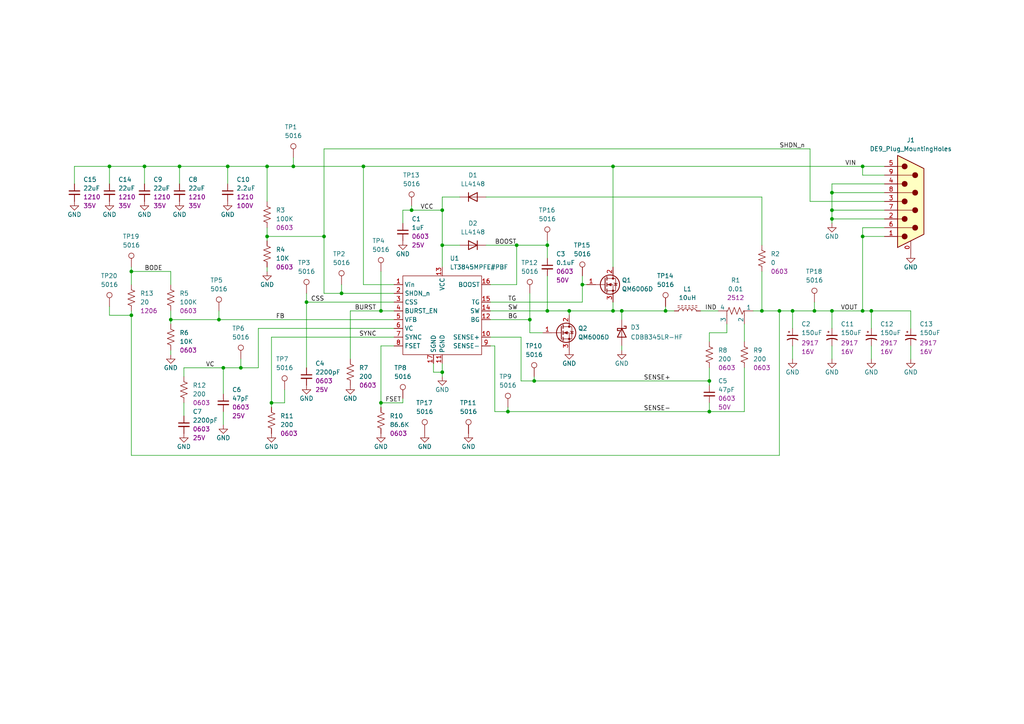
<source format=kicad_sch>
(kicad_sch (version 20230121) (generator eeschema)

  (uuid a57ec820-c41f-40db-964c-fa7fb284969e)

  (paper "A4")

  (lib_symbols
    (symbol "Connector:DE9_Plug_MountingHoles" (pin_names (offset 1.016) hide) (in_bom yes) (on_board yes)
      (property "Reference" "J" (at 0 16.51 0)
        (effects (font (size 1.27 1.27)))
      )
      (property "Value" "DE9_Plug_MountingHoles" (at 0 14.605 0)
        (effects (font (size 1.27 1.27)))
      )
      (property "Footprint" "" (at 0 0 0)
        (effects (font (size 1.27 1.27)) hide)
      )
      (property "Datasheet" " ~" (at 0 0 0)
        (effects (font (size 1.27 1.27)) hide)
      )
      (property "ki_keywords" "connector plug male D-SUB DB9" (at 0 0 0)
        (effects (font (size 1.27 1.27)) hide)
      )
      (property "ki_description" "9-pin male plug pin D-SUB connector, Mounting Hole" (at 0 0 0)
        (effects (font (size 1.27 1.27)) hide)
      )
      (property "ki_fp_filters" "DSUB*Male*" (at 0 0 0)
        (effects (font (size 1.27 1.27)) hide)
      )
      (symbol "DE9_Plug_MountingHoles_0_1"
        (circle (center -1.778 -10.16) (radius 0.762)
          (stroke (width 0) (type default))
          (fill (type outline))
        )
        (circle (center -1.778 -5.08) (radius 0.762)
          (stroke (width 0) (type default))
          (fill (type outline))
        )
        (circle (center -1.778 0) (radius 0.762)
          (stroke (width 0) (type default))
          (fill (type outline))
        )
        (circle (center -1.778 5.08) (radius 0.762)
          (stroke (width 0) (type default))
          (fill (type outline))
        )
        (circle (center -1.778 10.16) (radius 0.762)
          (stroke (width 0) (type default))
          (fill (type outline))
        )
        (polyline
          (pts
            (xy -3.81 -10.16)
            (xy -2.54 -10.16)
          )
          (stroke (width 0) (type default))
          (fill (type none))
        )
        (polyline
          (pts
            (xy -3.81 -7.62)
            (xy 0.508 -7.62)
          )
          (stroke (width 0) (type default))
          (fill (type none))
        )
        (polyline
          (pts
            (xy -3.81 -5.08)
            (xy -2.54 -5.08)
          )
          (stroke (width 0) (type default))
          (fill (type none))
        )
        (polyline
          (pts
            (xy -3.81 -2.54)
            (xy 0.508 -2.54)
          )
          (stroke (width 0) (type default))
          (fill (type none))
        )
        (polyline
          (pts
            (xy -3.81 0)
            (xy -2.54 0)
          )
          (stroke (width 0) (type default))
          (fill (type none))
        )
        (polyline
          (pts
            (xy -3.81 2.54)
            (xy 0.508 2.54)
          )
          (stroke (width 0) (type default))
          (fill (type none))
        )
        (polyline
          (pts
            (xy -3.81 5.08)
            (xy -2.54 5.08)
          )
          (stroke (width 0) (type default))
          (fill (type none))
        )
        (polyline
          (pts
            (xy -3.81 7.62)
            (xy 0.508 7.62)
          )
          (stroke (width 0) (type default))
          (fill (type none))
        )
        (polyline
          (pts
            (xy -3.81 10.16)
            (xy -2.54 10.16)
          )
          (stroke (width 0) (type default))
          (fill (type none))
        )
        (polyline
          (pts
            (xy -3.81 -13.335)
            (xy -3.81 13.335)
            (xy 3.81 9.525)
            (xy 3.81 -9.525)
            (xy -3.81 -13.335)
          )
          (stroke (width 0.254) (type default))
          (fill (type background))
        )
        (circle (center 1.27 -7.62) (radius 0.762)
          (stroke (width 0) (type default))
          (fill (type outline))
        )
        (circle (center 1.27 -2.54) (radius 0.762)
          (stroke (width 0) (type default))
          (fill (type outline))
        )
        (circle (center 1.27 2.54) (radius 0.762)
          (stroke (width 0) (type default))
          (fill (type outline))
        )
        (circle (center 1.27 7.62) (radius 0.762)
          (stroke (width 0) (type default))
          (fill (type outline))
        )
      )
      (symbol "DE9_Plug_MountingHoles_1_1"
        (pin passive line (at 0 -15.24 90) (length 3.81)
          (name "PAD" (effects (font (size 1.27 1.27))))
          (number "0" (effects (font (size 1.27 1.27))))
        )
        (pin passive line (at -7.62 -10.16 0) (length 3.81)
          (name "1" (effects (font (size 1.27 1.27))))
          (number "1" (effects (font (size 1.27 1.27))))
        )
        (pin passive line (at -7.62 -5.08 0) (length 3.81)
          (name "2" (effects (font (size 1.27 1.27))))
          (number "2" (effects (font (size 1.27 1.27))))
        )
        (pin passive line (at -7.62 0 0) (length 3.81)
          (name "3" (effects (font (size 1.27 1.27))))
          (number "3" (effects (font (size 1.27 1.27))))
        )
        (pin passive line (at -7.62 5.08 0) (length 3.81)
          (name "4" (effects (font (size 1.27 1.27))))
          (number "4" (effects (font (size 1.27 1.27))))
        )
        (pin passive line (at -7.62 10.16 0) (length 3.81)
          (name "5" (effects (font (size 1.27 1.27))))
          (number "5" (effects (font (size 1.27 1.27))))
        )
        (pin passive line (at -7.62 -7.62 0) (length 3.81)
          (name "6" (effects (font (size 1.27 1.27))))
          (number "6" (effects (font (size 1.27 1.27))))
        )
        (pin passive line (at -7.62 -2.54 0) (length 3.81)
          (name "7" (effects (font (size 1.27 1.27))))
          (number "7" (effects (font (size 1.27 1.27))))
        )
        (pin passive line (at -7.62 2.54 0) (length 3.81)
          (name "8" (effects (font (size 1.27 1.27))))
          (number "8" (effects (font (size 1.27 1.27))))
        )
        (pin passive line (at -7.62 7.62 0) (length 3.81)
          (name "9" (effects (font (size 1.27 1.27))))
          (number "9" (effects (font (size 1.27 1.27))))
        )
      )
    )
    (symbol "Connector:TestPoint" (pin_numbers hide) (pin_names (offset 0.762) hide) (in_bom yes) (on_board yes)
      (property "Reference" "TP" (at 0 6.858 0)
        (effects (font (size 1.27 1.27)))
      )
      (property "Value" "TestPoint" (at 0 5.08 0)
        (effects (font (size 1.27 1.27)))
      )
      (property "Footprint" "" (at 5.08 0 0)
        (effects (font (size 1.27 1.27)) hide)
      )
      (property "Datasheet" "~" (at 5.08 0 0)
        (effects (font (size 1.27 1.27)) hide)
      )
      (property "ki_keywords" "test point tp" (at 0 0 0)
        (effects (font (size 1.27 1.27)) hide)
      )
      (property "ki_description" "test point" (at 0 0 0)
        (effects (font (size 1.27 1.27)) hide)
      )
      (property "ki_fp_filters" "Pin* Test*" (at 0 0 0)
        (effects (font (size 1.27 1.27)) hide)
      )
      (symbol "TestPoint_0_1"
        (circle (center 0 3.302) (radius 0.762)
          (stroke (width 0) (type default))
          (fill (type none))
        )
      )
      (symbol "TestPoint_1_1"
        (pin passive line (at 0 0 90) (length 2.54)
          (name "1" (effects (font (size 1.27 1.27))))
          (number "1" (effects (font (size 1.27 1.27))))
        )
      )
    )
    (symbol "Device:C_Polarized_Small_US" (pin_numbers hide) (pin_names (offset 0.254) hide) (in_bom yes) (on_board yes)
      (property "Reference" "C" (at 0.254 1.778 0)
        (effects (font (size 1.27 1.27)) (justify left))
      )
      (property "Value" "C_Polarized_Small_US" (at 0.254 -2.032 0)
        (effects (font (size 1.27 1.27)) (justify left))
      )
      (property "Footprint" "" (at 0 0 0)
        (effects (font (size 1.27 1.27)) hide)
      )
      (property "Datasheet" "~" (at 0 0 0)
        (effects (font (size 1.27 1.27)) hide)
      )
      (property "ki_keywords" "cap capacitor" (at 0 0 0)
        (effects (font (size 1.27 1.27)) hide)
      )
      (property "ki_description" "Polarized capacitor, small US symbol" (at 0 0 0)
        (effects (font (size 1.27 1.27)) hide)
      )
      (property "ki_fp_filters" "CP_*" (at 0 0 0)
        (effects (font (size 1.27 1.27)) hide)
      )
      (symbol "C_Polarized_Small_US_0_1"
        (polyline
          (pts
            (xy -1.524 0.508)
            (xy 1.524 0.508)
          )
          (stroke (width 0.3048) (type default))
          (fill (type none))
        )
        (polyline
          (pts
            (xy -1.27 1.524)
            (xy -0.762 1.524)
          )
          (stroke (width 0) (type default))
          (fill (type none))
        )
        (polyline
          (pts
            (xy -1.016 1.27)
            (xy -1.016 1.778)
          )
          (stroke (width 0) (type default))
          (fill (type none))
        )
        (arc (start 1.524 -0.762) (mid 0 -0.3734) (end -1.524 -0.762)
          (stroke (width 0.3048) (type default))
          (fill (type none))
        )
      )
      (symbol "C_Polarized_Small_US_1_1"
        (pin passive line (at 0 2.54 270) (length 2.032)
          (name "~" (effects (font (size 1.27 1.27))))
          (number "1" (effects (font (size 1.27 1.27))))
        )
        (pin passive line (at 0 -2.54 90) (length 2.032)
          (name "~" (effects (font (size 1.27 1.27))))
          (number "2" (effects (font (size 1.27 1.27))))
        )
      )
    )
    (symbol "Device:C_Small" (pin_numbers hide) (pin_names (offset 0.254) hide) (in_bom yes) (on_board yes)
      (property "Reference" "C" (at 0.254 1.778 0)
        (effects (font (size 1.27 1.27)) (justify left))
      )
      (property "Value" "C_Small" (at 0.254 -2.032 0)
        (effects (font (size 1.27 1.27)) (justify left))
      )
      (property "Footprint" "" (at 0 0 0)
        (effects (font (size 1.27 1.27)) hide)
      )
      (property "Datasheet" "~" (at 0 0 0)
        (effects (font (size 1.27 1.27)) hide)
      )
      (property "ki_keywords" "capacitor cap" (at 0 0 0)
        (effects (font (size 1.27 1.27)) hide)
      )
      (property "ki_description" "Unpolarized capacitor, small symbol" (at 0 0 0)
        (effects (font (size 1.27 1.27)) hide)
      )
      (property "ki_fp_filters" "C_*" (at 0 0 0)
        (effects (font (size 1.27 1.27)) hide)
      )
      (symbol "C_Small_0_1"
        (polyline
          (pts
            (xy -1.524 -0.508)
            (xy 1.524 -0.508)
          )
          (stroke (width 0.3302) (type default))
          (fill (type none))
        )
        (polyline
          (pts
            (xy -1.524 0.508)
            (xy 1.524 0.508)
          )
          (stroke (width 0.3048) (type default))
          (fill (type none))
        )
      )
      (symbol "C_Small_1_1"
        (pin passive line (at 0 2.54 270) (length 2.032)
          (name "~" (effects (font (size 1.27 1.27))))
          (number "1" (effects (font (size 1.27 1.27))))
        )
        (pin passive line (at 0 -2.54 90) (length 2.032)
          (name "~" (effects (font (size 1.27 1.27))))
          (number "2" (effects (font (size 1.27 1.27))))
        )
      )
    )
    (symbol "Device:L_Ferrite" (pin_numbers hide) (pin_names (offset 1.016) hide) (in_bom yes) (on_board yes)
      (property "Reference" "L" (at -1.27 0 90)
        (effects (font (size 1.27 1.27)))
      )
      (property "Value" "L_Ferrite" (at 2.794 0 90)
        (effects (font (size 1.27 1.27)))
      )
      (property "Footprint" "" (at 0 0 0)
        (effects (font (size 1.27 1.27)) hide)
      )
      (property "Datasheet" "~" (at 0 0 0)
        (effects (font (size 1.27 1.27)) hide)
      )
      (property "ki_keywords" "inductor choke coil reactor magnetic" (at 0 0 0)
        (effects (font (size 1.27 1.27)) hide)
      )
      (property "ki_description" "Inductor with ferrite core" (at 0 0 0)
        (effects (font (size 1.27 1.27)) hide)
      )
      (property "ki_fp_filters" "Choke_* *Coil* Inductor_* L_*" (at 0 0 0)
        (effects (font (size 1.27 1.27)) hide)
      )
      (symbol "L_Ferrite_0_1"
        (arc (start 0 -2.54) (mid 0.6323 -1.905) (end 0 -1.27)
          (stroke (width 0) (type default))
          (fill (type none))
        )
        (arc (start 0 -1.27) (mid 0.6323 -0.635) (end 0 0)
          (stroke (width 0) (type default))
          (fill (type none))
        )
        (polyline
          (pts
            (xy 1.016 -2.794)
            (xy 1.016 -2.286)
          )
          (stroke (width 0) (type default))
          (fill (type none))
        )
        (polyline
          (pts
            (xy 1.016 -1.778)
            (xy 1.016 -1.27)
          )
          (stroke (width 0) (type default))
          (fill (type none))
        )
        (polyline
          (pts
            (xy 1.016 -0.762)
            (xy 1.016 -0.254)
          )
          (stroke (width 0) (type default))
          (fill (type none))
        )
        (polyline
          (pts
            (xy 1.016 0.254)
            (xy 1.016 0.762)
          )
          (stroke (width 0) (type default))
          (fill (type none))
        )
        (polyline
          (pts
            (xy 1.016 1.27)
            (xy 1.016 1.778)
          )
          (stroke (width 0) (type default))
          (fill (type none))
        )
        (polyline
          (pts
            (xy 1.016 2.286)
            (xy 1.016 2.794)
          )
          (stroke (width 0) (type default))
          (fill (type none))
        )
        (polyline
          (pts
            (xy 1.524 -2.286)
            (xy 1.524 -2.794)
          )
          (stroke (width 0) (type default))
          (fill (type none))
        )
        (polyline
          (pts
            (xy 1.524 -1.27)
            (xy 1.524 -1.778)
          )
          (stroke (width 0) (type default))
          (fill (type none))
        )
        (polyline
          (pts
            (xy 1.524 -0.254)
            (xy 1.524 -0.762)
          )
          (stroke (width 0) (type default))
          (fill (type none))
        )
        (polyline
          (pts
            (xy 1.524 0.762)
            (xy 1.524 0.254)
          )
          (stroke (width 0) (type default))
          (fill (type none))
        )
        (polyline
          (pts
            (xy 1.524 1.778)
            (xy 1.524 1.27)
          )
          (stroke (width 0) (type default))
          (fill (type none))
        )
        (polyline
          (pts
            (xy 1.524 2.794)
            (xy 1.524 2.286)
          )
          (stroke (width 0) (type default))
          (fill (type none))
        )
        (arc (start 0 0) (mid 0.6323 0.635) (end 0 1.27)
          (stroke (width 0) (type default))
          (fill (type none))
        )
        (arc (start 0 1.27) (mid 0.6323 1.905) (end 0 2.54)
          (stroke (width 0) (type default))
          (fill (type none))
        )
      )
      (symbol "L_Ferrite_1_1"
        (pin passive line (at 0 3.81 270) (length 1.27)
          (name "1" (effects (font (size 1.27 1.27))))
          (number "1" (effects (font (size 1.27 1.27))))
        )
        (pin passive line (at 0 -3.81 90) (length 1.27)
          (name "2" (effects (font (size 1.27 1.27))))
          (number "2" (effects (font (size 1.27 1.27))))
        )
      )
    )
    (symbol "Device:R_Shunt_US" (pin_numbers hide) (pin_names (offset 0)) (in_bom yes) (on_board yes)
      (property "Reference" "R" (at -5.08 0 90)
        (effects (font (size 1.27 1.27)))
      )
      (property "Value" "R_Shunt_US" (at -3.048 0 90)
        (effects (font (size 1.27 1.27)))
      )
      (property "Footprint" "" (at -1.778 0 90)
        (effects (font (size 1.27 1.27)) hide)
      )
      (property "Datasheet" "~" (at 0 0 0)
        (effects (font (size 1.27 1.27)) hide)
      )
      (property "ki_keywords" "R res shunt resistor" (at 0 0 0)
        (effects (font (size 1.27 1.27)) hide)
      )
      (property "ki_description" "Shunt resistor, US symbol" (at 0 0 0)
        (effects (font (size 1.27 1.27)) hide)
      )
      (property "ki_fp_filters" "R_*Shunt*" (at 0 0 0)
        (effects (font (size 1.27 1.27)) hide)
      )
      (symbol "R_Shunt_US_1_1"
        (polyline
          (pts
            (xy 0 -2.54)
            (xy 1.27 -2.54)
          )
          (stroke (width 0) (type default))
          (fill (type none))
        )
        (polyline
          (pts
            (xy 0 -2.286)
            (xy 0 -2.54)
          )
          (stroke (width 0) (type default))
          (fill (type none))
        )
        (polyline
          (pts
            (xy 0 2.286)
            (xy 0 2.54)
          )
          (stroke (width 0) (type default))
          (fill (type none))
        )
        (polyline
          (pts
            (xy 1.27 2.54)
            (xy 0 2.54)
          )
          (stroke (width 0) (type default))
          (fill (type none))
        )
        (polyline
          (pts
            (xy 0 -0.762)
            (xy 1.016 -1.143)
            (xy 0 -1.524)
            (xy -1.016 -1.905)
            (xy 0 -2.286)
          )
          (stroke (width 0) (type default))
          (fill (type none))
        )
        (polyline
          (pts
            (xy 0 0.762)
            (xy 1.016 0.381)
            (xy 0 0)
            (xy -1.016 -0.381)
            (xy 0 -0.762)
          )
          (stroke (width 0) (type default))
          (fill (type none))
        )
        (polyline
          (pts
            (xy 0 2.286)
            (xy 1.016 1.905)
            (xy 0 1.524)
            (xy -1.016 1.143)
            (xy 0 0.762)
          )
          (stroke (width 0) (type default))
          (fill (type none))
        )
        (pin passive line (at 0 5.08 270) (length 2.54)
          (name "1" (effects (font (size 1.27 1.27))))
          (number "1" (effects (font (size 1.27 1.27))))
        )
        (pin passive line (at 3.81 2.54 180) (length 2.54)
          (name "2" (effects (font (size 1.27 1.27))))
          (number "2" (effects (font (size 1.27 1.27))))
        )
        (pin passive line (at 3.81 -2.54 180) (length 2.54)
          (name "3" (effects (font (size 1.27 1.27))))
          (number "3" (effects (font (size 1.27 1.27))))
        )
        (pin passive line (at 0 -5.08 90) (length 2.54)
          (name "4" (effects (font (size 1.27 1.27))))
          (number "4" (effects (font (size 1.27 1.27))))
        )
      )
    )
    (symbol "Device:R_US" (pin_numbers hide) (pin_names (offset 0)) (in_bom yes) (on_board yes)
      (property "Reference" "R" (at 2.54 0 90)
        (effects (font (size 1.27 1.27)))
      )
      (property "Value" "R_US" (at -2.54 0 90)
        (effects (font (size 1.27 1.27)))
      )
      (property "Footprint" "" (at 1.016 -0.254 90)
        (effects (font (size 1.27 1.27)) hide)
      )
      (property "Datasheet" "~" (at 0 0 0)
        (effects (font (size 1.27 1.27)) hide)
      )
      (property "ki_keywords" "R res resistor" (at 0 0 0)
        (effects (font (size 1.27 1.27)) hide)
      )
      (property "ki_description" "Resistor, US symbol" (at 0 0 0)
        (effects (font (size 1.27 1.27)) hide)
      )
      (property "ki_fp_filters" "R_*" (at 0 0 0)
        (effects (font (size 1.27 1.27)) hide)
      )
      (symbol "R_US_0_1"
        (polyline
          (pts
            (xy 0 -2.286)
            (xy 0 -2.54)
          )
          (stroke (width 0) (type default))
          (fill (type none))
        )
        (polyline
          (pts
            (xy 0 2.286)
            (xy 0 2.54)
          )
          (stroke (width 0) (type default))
          (fill (type none))
        )
        (polyline
          (pts
            (xy 0 -0.762)
            (xy 1.016 -1.143)
            (xy 0 -1.524)
            (xy -1.016 -1.905)
            (xy 0 -2.286)
          )
          (stroke (width 0) (type default))
          (fill (type none))
        )
        (polyline
          (pts
            (xy 0 0.762)
            (xy 1.016 0.381)
            (xy 0 0)
            (xy -1.016 -0.381)
            (xy 0 -0.762)
          )
          (stroke (width 0) (type default))
          (fill (type none))
        )
        (polyline
          (pts
            (xy 0 2.286)
            (xy 1.016 1.905)
            (xy 0 1.524)
            (xy -1.016 1.143)
            (xy 0 0.762)
          )
          (stroke (width 0) (type default))
          (fill (type none))
        )
      )
      (symbol "R_US_1_1"
        (pin passive line (at 0 3.81 270) (length 1.27)
          (name "~" (effects (font (size 1.27 1.27))))
          (number "1" (effects (font (size 1.27 1.27))))
        )
        (pin passive line (at 0 -3.81 90) (length 1.27)
          (name "~" (effects (font (size 1.27 1.27))))
          (number "2" (effects (font (size 1.27 1.27))))
        )
      )
    )
    (symbol "Diode:B260" (pin_numbers hide) (pin_names (offset 1.016) hide) (in_bom yes) (on_board yes)
      (property "Reference" "D" (at 0 2.54 0)
        (effects (font (size 1.27 1.27)))
      )
      (property "Value" "B260" (at 0 -2.54 0)
        (effects (font (size 1.27 1.27)))
      )
      (property "Footprint" "Diode_SMD:D_SMB" (at 0 -4.445 0)
        (effects (font (size 1.27 1.27)) hide)
      )
      (property "Datasheet" "http://www.jameco.com/Jameco/Products/ProdDS/1538777.pdf" (at 0 0 0)
        (effects (font (size 1.27 1.27)) hide)
      )
      (property "ki_keywords" "diode Schottky" (at 0 0 0)
        (effects (font (size 1.27 1.27)) hide)
      )
      (property "ki_description" "60V 2A Schottky Barrier Rectifier Diode, SMB" (at 0 0 0)
        (effects (font (size 1.27 1.27)) hide)
      )
      (property "ki_fp_filters" "D*SMB*" (at 0 0 0)
        (effects (font (size 1.27 1.27)) hide)
      )
      (symbol "B260_0_1"
        (polyline
          (pts
            (xy 1.27 0)
            (xy -1.27 0)
          )
          (stroke (width 0) (type default))
          (fill (type none))
        )
        (polyline
          (pts
            (xy 1.27 1.27)
            (xy 1.27 -1.27)
            (xy -1.27 0)
            (xy 1.27 1.27)
          )
          (stroke (width 0.254) (type default))
          (fill (type none))
        )
        (polyline
          (pts
            (xy -1.905 0.635)
            (xy -1.905 1.27)
            (xy -1.27 1.27)
            (xy -1.27 -1.27)
            (xy -0.635 -1.27)
            (xy -0.635 -0.635)
          )
          (stroke (width 0.254) (type default))
          (fill (type none))
        )
      )
      (symbol "B260_1_1"
        (pin passive line (at -3.81 0 0) (length 2.54)
          (name "K" (effects (font (size 1.27 1.27))))
          (number "1" (effects (font (size 1.27 1.27))))
        )
        (pin passive line (at 3.81 0 180) (length 2.54)
          (name "A" (effects (font (size 1.27 1.27))))
          (number "2" (effects (font (size 1.27 1.27))))
        )
      )
    )
    (symbol "Diode:LL4148" (pin_numbers hide) (pin_names hide) (in_bom yes) (on_board yes)
      (property "Reference" "D" (at 0 2.54 0)
        (effects (font (size 1.27 1.27)))
      )
      (property "Value" "LL4148" (at 0 -2.54 0)
        (effects (font (size 1.27 1.27)))
      )
      (property "Footprint" "Diode_SMD:D_MiniMELF" (at 0 -4.445 0)
        (effects (font (size 1.27 1.27)) hide)
      )
      (property "Datasheet" "http://www.vishay.com/docs/85557/ll4148.pdf" (at 0 0 0)
        (effects (font (size 1.27 1.27)) hide)
      )
      (property "Sim.Device" "D" (at 0 0 0)
        (effects (font (size 1.27 1.27)) hide)
      )
      (property "Sim.Pins" "1=K 2=A" (at 0 0 0)
        (effects (font (size 1.27 1.27)) hide)
      )
      (property "ki_keywords" "diode" (at 0 0 0)
        (effects (font (size 1.27 1.27)) hide)
      )
      (property "ki_description" "100V 0.15A standard switching diode, MiniMELF" (at 0 0 0)
        (effects (font (size 1.27 1.27)) hide)
      )
      (property "ki_fp_filters" "D*MiniMELF*" (at 0 0 0)
        (effects (font (size 1.27 1.27)) hide)
      )
      (symbol "LL4148_0_1"
        (polyline
          (pts
            (xy -1.27 1.27)
            (xy -1.27 -1.27)
          )
          (stroke (width 0.254) (type default))
          (fill (type none))
        )
        (polyline
          (pts
            (xy 1.27 0)
            (xy -1.27 0)
          )
          (stroke (width 0) (type default))
          (fill (type none))
        )
        (polyline
          (pts
            (xy 1.27 1.27)
            (xy 1.27 -1.27)
            (xy -1.27 0)
            (xy 1.27 1.27)
          )
          (stroke (width 0.254) (type default))
          (fill (type none))
        )
      )
      (symbol "LL4148_1_1"
        (pin passive line (at -3.81 0 0) (length 2.54)
          (name "K" (effects (font (size 1.27 1.27))))
          (number "1" (effects (font (size 1.27 1.27))))
        )
        (pin passive line (at 3.81 0 180) (length 2.54)
          (name "A" (effects (font (size 1.27 1.27))))
          (number "2" (effects (font (size 1.27 1.27))))
        )
      )
    )
    (symbol "Jannett_Symbol_Library:LT3845MPFE#PBF" (in_bom yes) (on_board yes)
      (property "Reference" "U" (at 2.54 3.81 0)
        (effects (font (size 1.27 1.27)))
      )
      (property "Value" "LT3845MPFE#PBF" (at 8.89 1.27 0)
        (effects (font (size 1.27 1.27)))
      )
      (property "Footprint" "Package_SO:HTSSOP-16-1EP_4.4x5mm_P0.65mm_EP3.4x5mm_Mask2.46x2.31mm_ThermalVias" (at -7.62 0 0)
        (effects (font (size 1.27 1.27)) hide)
      )
      (property "Datasheet" "https://www.analog.com/media/en/technical-documentation/data-sheets/3845fd.pdf" (at -7.62 0 0)
        (effects (font (size 1.27 1.27)) hide)
      )
      (property "ki_keywords" "Buck Controller TSSOP-16" (at 0 0 0)
        (effects (font (size 1.27 1.27)) hide)
      )
      (property "ki_description" "High Voltage 60V Synchronous Current Mode Step-Down Controller with Adjustable Operating Frequency" (at 0 0 0)
        (effects (font (size 1.27 1.27)) hide)
      )
      (symbol "LT3845MPFE#PBF_0_1"
        (rectangle (start -11.43 0) (end 11.43 -22.86)
          (stroke (width 0) (type default))
          (fill (type none))
        )
      )
      (symbol "LT3845MPFE#PBF_1_1"
        (pin power_in line (at -13.97 -2.54 0) (length 2.54)
          (name "Vin" (effects (font (size 1.27 1.27))))
          (number "1" (effects (font (size 1.27 1.27))))
        )
        (pin input line (at 13.97 -17.78 180) (length 2.54)
          (name "SENSE+" (effects (font (size 1.27 1.27))))
          (number "10" (effects (font (size 1.27 1.27))))
        )
        (pin power_in line (at 0 -25.4 90) (length 2.54)
          (name "PGND" (effects (font (size 1.27 1.27))))
          (number "11" (effects (font (size 1.27 1.27))))
        )
        (pin input line (at 13.97 -12.7 180) (length 2.54)
          (name "BG" (effects (font (size 1.27 1.27))))
          (number "12" (effects (font (size 1.27 1.27))))
        )
        (pin input line (at 0 2.54 270) (length 2.54)
          (name "VCC" (effects (font (size 1.27 1.27))))
          (number "13" (effects (font (size 1.27 1.27))))
        )
        (pin input line (at 13.97 -10.16 180) (length 2.54)
          (name "SW" (effects (font (size 1.27 1.27))))
          (number "14" (effects (font (size 1.27 1.27))))
        )
        (pin input line (at 13.97 -7.62 180) (length 2.54)
          (name "TG" (effects (font (size 1.27 1.27))))
          (number "15" (effects (font (size 1.27 1.27))))
        )
        (pin input line (at 13.97 -2.54 180) (length 2.54)
          (name "BOOST" (effects (font (size 1.27 1.27))))
          (number "16" (effects (font (size 1.27 1.27))))
        )
        (pin power_in line (at -2.54 -25.4 90) (length 2.54)
          (name "SGND" (effects (font (size 1.27 1.27))))
          (number "17" (effects (font (size 1.27 1.27))))
        )
        (pin input line (at -13.97 -5.08 0) (length 2.54)
          (name "SHDN_n" (effects (font (size 1.27 1.27))))
          (number "2" (effects (font (size 1.27 1.27))))
        )
        (pin input line (at -13.97 -7.62 0) (length 2.54)
          (name "CSS" (effects (font (size 1.27 1.27))))
          (number "3" (effects (font (size 1.27 1.27))))
        )
        (pin input line (at -13.97 -10.16 0) (length 2.54)
          (name "BURST_EN" (effects (font (size 1.27 1.27))))
          (number "4" (effects (font (size 1.27 1.27))))
        )
        (pin input line (at -13.97 -12.7 0) (length 2.54)
          (name "VFB" (effects (font (size 1.27 1.27))))
          (number "5" (effects (font (size 1.27 1.27))))
        )
        (pin input line (at -13.97 -15.24 0) (length 2.54)
          (name "VC" (effects (font (size 1.27 1.27))))
          (number "6" (effects (font (size 1.27 1.27))))
        )
        (pin input line (at -13.97 -17.78 0) (length 2.54)
          (name "SYNC" (effects (font (size 1.27 1.27))))
          (number "7" (effects (font (size 1.27 1.27))))
        )
        (pin input line (at -13.97 -20.32 0) (length 2.54)
          (name "FSET" (effects (font (size 1.27 1.27))))
          (number "8" (effects (font (size 1.27 1.27))))
        )
        (pin input line (at 13.97 -20.32 180) (length 2.54)
          (name "SENSE-" (effects (font (size 1.27 1.27))))
          (number "9" (effects (font (size 1.27 1.27))))
        )
      )
    )
    (symbol "Transistor_FET:QM6006D" (pin_names hide) (in_bom yes) (on_board yes)
      (property "Reference" "Q" (at 5.08 1.905 0)
        (effects (font (size 1.27 1.27)) (justify left))
      )
      (property "Value" "QM6006D" (at 5.08 0 0)
        (effects (font (size 1.27 1.27)) (justify left))
      )
      (property "Footprint" "Package_TO_SOT_SMD:TO-252-2" (at 5.08 -1.905 0)
        (effects (font (size 1.27 1.27) italic) (justify left) hide)
      )
      (property "Datasheet" "http://www.jaolen.com/images/pdf/QM6006D.pdf" (at 0 0 0)
        (effects (font (size 1.27 1.27)) (justify left) hide)
      )
      (property "ki_keywords" "N-Channel MOSFET" (at 0 0 0)
        (effects (font (size 1.27 1.27)) hide)
      )
      (property "ki_description" "35A Id, 60V Vds, N-Channel Power MOSFET, 18mOhm Ron, 19.3nC Qg (typ), TO252" (at 0 0 0)
        (effects (font (size 1.27 1.27)) hide)
      )
      (property "ki_fp_filters" "TO?252*" (at 0 0 0)
        (effects (font (size 1.27 1.27)) hide)
      )
      (symbol "QM6006D_0_1"
        (polyline
          (pts
            (xy 0.254 0)
            (xy -2.54 0)
          )
          (stroke (width 0) (type default))
          (fill (type none))
        )
        (polyline
          (pts
            (xy 0.254 1.905)
            (xy 0.254 -1.905)
          )
          (stroke (width 0.254) (type default))
          (fill (type none))
        )
        (polyline
          (pts
            (xy 0.762 -1.27)
            (xy 0.762 -2.286)
          )
          (stroke (width 0.254) (type default))
          (fill (type none))
        )
        (polyline
          (pts
            (xy 0.762 0.508)
            (xy 0.762 -0.508)
          )
          (stroke (width 0.254) (type default))
          (fill (type none))
        )
        (polyline
          (pts
            (xy 0.762 2.286)
            (xy 0.762 1.27)
          )
          (stroke (width 0.254) (type default))
          (fill (type none))
        )
        (polyline
          (pts
            (xy 2.54 2.54)
            (xy 2.54 1.778)
          )
          (stroke (width 0) (type default))
          (fill (type none))
        )
        (polyline
          (pts
            (xy 2.54 -2.54)
            (xy 2.54 0)
            (xy 0.762 0)
          )
          (stroke (width 0) (type default))
          (fill (type none))
        )
        (polyline
          (pts
            (xy 0.762 -1.778)
            (xy 3.302 -1.778)
            (xy 3.302 1.778)
            (xy 0.762 1.778)
          )
          (stroke (width 0) (type default))
          (fill (type none))
        )
        (polyline
          (pts
            (xy 1.016 0)
            (xy 2.032 0.381)
            (xy 2.032 -0.381)
            (xy 1.016 0)
          )
          (stroke (width 0) (type default))
          (fill (type outline))
        )
        (polyline
          (pts
            (xy 2.794 0.508)
            (xy 2.921 0.381)
            (xy 3.683 0.381)
            (xy 3.81 0.254)
          )
          (stroke (width 0) (type default))
          (fill (type none))
        )
        (polyline
          (pts
            (xy 3.302 0.381)
            (xy 2.921 -0.254)
            (xy 3.683 -0.254)
            (xy 3.302 0.381)
          )
          (stroke (width 0) (type default))
          (fill (type none))
        )
        (circle (center 1.651 0) (radius 2.794)
          (stroke (width 0.254) (type default))
          (fill (type none))
        )
        (circle (center 2.54 -1.778) (radius 0.254)
          (stroke (width 0) (type default))
          (fill (type outline))
        )
        (circle (center 2.54 1.778) (radius 0.254)
          (stroke (width 0) (type default))
          (fill (type outline))
        )
      )
      (symbol "QM6006D_1_1"
        (pin input line (at -5.08 0 0) (length 2.54)
          (name "G" (effects (font (size 1.27 1.27))))
          (number "1" (effects (font (size 1.27 1.27))))
        )
        (pin passive line (at 2.54 5.08 270) (length 2.54)
          (name "D" (effects (font (size 1.27 1.27))))
          (number "2" (effects (font (size 1.27 1.27))))
        )
        (pin passive line (at 2.54 -5.08 90) (length 2.54)
          (name "S" (effects (font (size 1.27 1.27))))
          (number "3" (effects (font (size 1.27 1.27))))
        )
      )
    )
    (symbol "power:GND" (power) (pin_names (offset 0)) (in_bom yes) (on_board yes)
      (property "Reference" "#PWR" (at 0 -6.35 0)
        (effects (font (size 1.27 1.27)) hide)
      )
      (property "Value" "GND" (at 0 -3.81 0)
        (effects (font (size 1.27 1.27)))
      )
      (property "Footprint" "" (at 0 0 0)
        (effects (font (size 1.27 1.27)) hide)
      )
      (property "Datasheet" "" (at 0 0 0)
        (effects (font (size 1.27 1.27)) hide)
      )
      (property "ki_keywords" "global power" (at 0 0 0)
        (effects (font (size 1.27 1.27)) hide)
      )
      (property "ki_description" "Power symbol creates a global label with name \"GND\" , ground" (at 0 0 0)
        (effects (font (size 1.27 1.27)) hide)
      )
      (symbol "GND_0_1"
        (polyline
          (pts
            (xy 0 0)
            (xy 0 -1.27)
            (xy 1.27 -1.27)
            (xy 0 -2.54)
            (xy -1.27 -1.27)
            (xy 0 -1.27)
          )
          (stroke (width 0) (type default))
          (fill (type none))
        )
      )
      (symbol "GND_1_1"
        (pin power_in line (at 0 0 270) (length 0) hide
          (name "GND" (effects (font (size 1.27 1.27))))
          (number "1" (effects (font (size 1.27 1.27))))
        )
      )
    )
  )

  (junction (at 205.74 110.49) (diameter 0) (color 0 0 0 0)
    (uuid 0c91b534-6849-4225-9f73-f482a8e207da)
  )
  (junction (at 88.9 87.63) (diameter 0) (color 0 0 0 0)
    (uuid 0d1d375c-5340-48df-a7c8-da69fb14e85b)
  )
  (junction (at 110.49 116.84) (diameter 0) (color 0 0 0 0)
    (uuid 1503cbf0-7052-46e2-8688-7e6899e1e5d3)
  )
  (junction (at 147.32 119.38) (diameter 0) (color 0 0 0 0)
    (uuid 152b9688-da88-4630-a32e-89e025e83051)
  )
  (junction (at 49.53 92.71) (diameter 0) (color 0 0 0 0)
    (uuid 182db0aa-016c-4e60-9c85-bee3cc06442f)
  )
  (junction (at 177.8 90.17) (diameter 0) (color 0 0 0 0)
    (uuid 20ac4ffd-9fae-4fdb-83da-a78af8017fc5)
  )
  (junction (at 128.27 71.12) (diameter 0) (color 0 0 0 0)
    (uuid 2dc9ecc8-82d9-419c-be4c-41037bf9dfcd)
  )
  (junction (at 149.86 71.12) (diameter 0) (color 0 0 0 0)
    (uuid 414e84f9-26f5-497c-9b3a-a7f59c9b26c7)
  )
  (junction (at 85.09 48.26) (diameter 0) (color 0 0 0 0)
    (uuid 461b2edb-758d-433e-8582-b361cb0ef937)
  )
  (junction (at 250.19 68.58) (diameter 0) (color 0 0 0 0)
    (uuid 52afbb20-f833-49b6-aeba-28103f3dc080)
  )
  (junction (at 66.04 48.26) (diameter 0) (color 0 0 0 0)
    (uuid 57ddc9e5-fb09-43c0-b5ec-14f58463e259)
  )
  (junction (at 205.74 119.38) (diameter 0) (color 0 0 0 0)
    (uuid 5ea37d96-87ac-47a7-9c12-1019805e21cf)
  )
  (junction (at 31.75 48.26) (diameter 0) (color 0 0 0 0)
    (uuid 66a75aa1-13c5-4f93-8c36-cdfd38d655e9)
  )
  (junction (at 64.77 106.68) (diameter 0) (color 0 0 0 0)
    (uuid 67404313-ed71-49f5-973c-fe3dfe033acb)
  )
  (junction (at 63.5 92.71) (diameter 0) (color 0 0 0 0)
    (uuid 69e202e7-a64b-4d7f-9495-d60e4678687f)
  )
  (junction (at 158.75 90.17) (diameter 0) (color 0 0 0 0)
    (uuid 6ba837bf-6926-4e4e-beb8-fd175126b080)
  )
  (junction (at 41.91 48.26) (diameter 0) (color 0 0 0 0)
    (uuid 726ea21a-a83d-44c5-aeec-8e1f68c61307)
  )
  (junction (at 226.06 90.17) (diameter 0) (color 0 0 0 0)
    (uuid 74088f11-af17-4b7f-b0a2-576a272c6386)
  )
  (junction (at 158.75 71.12) (diameter 0) (color 0 0 0 0)
    (uuid 7cfc7304-1a05-4be4-9abd-32edf1c058c1)
  )
  (junction (at 77.47 48.26) (diameter 0) (color 0 0 0 0)
    (uuid 82333272-edfe-45d2-b923-09c30e467706)
  )
  (junction (at 241.3 60.96) (diameter 0) (color 0 0 0 0)
    (uuid 836d10d3-56fe-4b27-96af-0660412fde5f)
  )
  (junction (at 220.98 90.17) (diameter 0) (color 0 0 0 0)
    (uuid 84672b81-0f81-4aad-b9e2-2c9e40c82d01)
  )
  (junction (at 119.38 60.96) (diameter 0) (color 0 0 0 0)
    (uuid 84ddb37f-ebf1-42ca-baaa-5cdb9210e8d9)
  )
  (junction (at 105.41 48.26) (diameter 0) (color 0 0 0 0)
    (uuid 86988db4-d554-4d14-a002-ffb9a69cd40d)
  )
  (junction (at 99.06 85.09) (diameter 0) (color 0 0 0 0)
    (uuid 88e42161-ea2d-487a-9c45-bb50f92d257b)
  )
  (junction (at 93.98 68.58) (diameter 0) (color 0 0 0 0)
    (uuid 8dd9995f-8d25-4b38-a108-d5f31ede6b79)
  )
  (junction (at 38.1 91.44) (diameter 0) (color 0 0 0 0)
    (uuid 94c565ff-f9ac-460b-8190-e458865860be)
  )
  (junction (at 250.19 48.26) (diameter 0) (color 0 0 0 0)
    (uuid 96a805cd-4447-4dbb-88ed-abfb33509784)
  )
  (junction (at 110.49 90.17) (diameter 0) (color 0 0 0 0)
    (uuid 98c1ac55-00ec-4391-82a1-bf9b54c4e2e8)
  )
  (junction (at 78.74 116.84) (diameter 0) (color 0 0 0 0)
    (uuid 99a0b28b-8f59-4337-bf78-11a972eee9e7)
  )
  (junction (at 153.67 92.71) (diameter 0) (color 0 0 0 0)
    (uuid 9db4cdcb-1d43-4fc5-b0f7-395060b1b1a3)
  )
  (junction (at 69.85 106.68) (diameter 0) (color 0 0 0 0)
    (uuid a16bcdb9-aec3-471c-b68d-846e7ac146ee)
  )
  (junction (at 241.3 63.5) (diameter 0) (color 0 0 0 0)
    (uuid a7a7af55-fe26-4aa9-97fa-5a262edc1bb1)
  )
  (junction (at 38.1 78.74) (diameter 0) (color 0 0 0 0)
    (uuid a811b2c3-aea6-4ef4-b812-5ce548d87b1c)
  )
  (junction (at 250.19 90.17) (diameter 0) (color 0 0 0 0)
    (uuid a871cfd7-3992-404c-8890-ac5ed3301442)
  )
  (junction (at 168.91 82.55) (diameter 0) (color 0 0 0 0)
    (uuid b073e6ab-3a97-498a-98da-5c4a06235ac1)
  )
  (junction (at 128.27 60.96) (diameter 0) (color 0 0 0 0)
    (uuid b0c87ddb-9982-4bc8-a4c9-2b7f665d32c0)
  )
  (junction (at 241.3 90.17) (diameter 0) (color 0 0 0 0)
    (uuid b30f5eb4-f3e0-4b7d-a33b-8b420013703d)
  )
  (junction (at 177.8 48.26) (diameter 0) (color 0 0 0 0)
    (uuid b8571a77-b2bd-4684-853f-b7049d2bf704)
  )
  (junction (at 241.3 55.88) (diameter 0) (color 0 0 0 0)
    (uuid bd462052-c906-420b-9ef8-de8bd22f20c1)
  )
  (junction (at 236.22 90.17) (diameter 0) (color 0 0 0 0)
    (uuid ced41942-652e-4d26-869c-17d44a3dcfc2)
  )
  (junction (at 193.04 90.17) (diameter 0) (color 0 0 0 0)
    (uuid d3a762b6-e10f-4aae-946b-cf2ffbfa3c65)
  )
  (junction (at 52.07 48.26) (diameter 0) (color 0 0 0 0)
    (uuid d57e59fe-4899-4e8c-903b-3bf107d1ece6)
  )
  (junction (at 229.87 90.17) (diameter 0) (color 0 0 0 0)
    (uuid d7ba3b88-a967-44f8-b475-3a80852d84fc)
  )
  (junction (at 180.34 90.17) (diameter 0) (color 0 0 0 0)
    (uuid d8b259be-0533-4a45-b895-afbe2aa26a1a)
  )
  (junction (at 128.27 107.95) (diameter 0) (color 0 0 0 0)
    (uuid df45ba13-e8e7-421e-a8a4-997273f78824)
  )
  (junction (at 154.94 110.49) (diameter 0) (color 0 0 0 0)
    (uuid e68f37b0-9c02-4b88-9cce-9c7cdb0a0b62)
  )
  (junction (at 252.73 90.17) (diameter 0) (color 0 0 0 0)
    (uuid eada8acb-ba4d-4578-b31b-4342ab6f77ed)
  )
  (junction (at 165.1 90.17) (diameter 0) (color 0 0 0 0)
    (uuid eb167129-fcdd-423b-923b-49d5985987c0)
  )
  (junction (at 77.47 68.58) (diameter 0) (color 0 0 0 0)
    (uuid ff1d6f23-ae46-4d6d-815f-870ba890d09f)
  )

  (wire (pts (xy 88.9 87.63) (xy 114.3 87.63))
    (stroke (width 0) (type default))
    (uuid 01fcdcf4-fcbd-4e12-8d5c-4d29aedd9243)
  )
  (wire (pts (xy 256.54 53.34) (xy 241.3 53.34))
    (stroke (width 0) (type default))
    (uuid 028d3093-e518-45c3-b7f7-5fcd6a490c52)
  )
  (wire (pts (xy 241.3 53.34) (xy 241.3 55.88))
    (stroke (width 0) (type default))
    (uuid 04131c85-564f-404c-b5b9-38b530a60f56)
  )
  (wire (pts (xy 205.74 110.49) (xy 205.74 111.76))
    (stroke (width 0) (type default))
    (uuid 04d98c2c-1e90-4e99-a254-41ec5f63e59b)
  )
  (wire (pts (xy 157.48 96.52) (xy 153.67 96.52))
    (stroke (width 0) (type default))
    (uuid 065c9646-189a-4874-b787-47207c8769ef)
  )
  (wire (pts (xy 252.73 90.17) (xy 252.73 95.25))
    (stroke (width 0) (type default))
    (uuid 0c77e5ac-fb10-461b-96d5-e45cccc585f6)
  )
  (wire (pts (xy 52.07 53.34) (xy 52.07 48.26))
    (stroke (width 0) (type default))
    (uuid 0e4b2f6f-d5b2-4ce7-8b7b-3c0458c1e383)
  )
  (wire (pts (xy 177.8 90.17) (xy 180.34 90.17))
    (stroke (width 0) (type default))
    (uuid 0f0ed579-9dc1-4f92-8ea5-efcb1cf8a18d)
  )
  (wire (pts (xy 21.59 53.34) (xy 21.59 48.26))
    (stroke (width 0) (type default))
    (uuid 1019ec5a-ac81-45c0-a18c-edb48fe3bbd2)
  )
  (wire (pts (xy 149.86 82.55) (xy 149.86 71.12))
    (stroke (width 0) (type default))
    (uuid 13b37980-0512-451b-b8a8-cc052cb54f4c)
  )
  (wire (pts (xy 52.07 48.26) (xy 66.04 48.26))
    (stroke (width 0) (type default))
    (uuid 13cbe1d0-07b9-41ef-b106-b9b2a5c5c21c)
  )
  (wire (pts (xy 49.53 78.74) (xy 38.1 78.74))
    (stroke (width 0) (type default))
    (uuid 166df512-979d-4d49-aede-d15b661a6d04)
  )
  (wire (pts (xy 38.1 132.08) (xy 226.06 132.08))
    (stroke (width 0) (type default))
    (uuid 19971be2-3749-4c99-83ea-2e4706613a94)
  )
  (wire (pts (xy 241.3 63.5) (xy 241.3 60.96))
    (stroke (width 0) (type default))
    (uuid 19d54f9a-3fd4-4f68-b3c8-0b17170daaee)
  )
  (wire (pts (xy 158.75 71.12) (xy 158.75 74.93))
    (stroke (width 0) (type default))
    (uuid 1b231a3b-bc74-4908-af74-40639a5f5a76)
  )
  (wire (pts (xy 49.53 82.55) (xy 49.53 78.74))
    (stroke (width 0) (type default))
    (uuid 1b2fe35c-8c8e-4e7d-900f-d7bb4e494db1)
  )
  (wire (pts (xy 252.73 90.17) (xy 264.16 90.17))
    (stroke (width 0) (type default))
    (uuid 1cf2f646-3bcd-4878-9789-3e95f92cb86d)
  )
  (wire (pts (xy 140.97 57.15) (xy 220.98 57.15))
    (stroke (width 0) (type default))
    (uuid 1dd0ac95-65f4-4614-a207-2dd616f981f2)
  )
  (wire (pts (xy 128.27 57.15) (xy 128.27 60.96))
    (stroke (width 0) (type default))
    (uuid 1de98ff7-1149-4df6-806d-f7b77fa2611b)
  )
  (wire (pts (xy 215.9 93.98) (xy 215.9 99.06))
    (stroke (width 0) (type default))
    (uuid 1e81cf3c-6de4-4278-a0e2-df9105f2c9b8)
  )
  (wire (pts (xy 21.59 48.26) (xy 31.75 48.26))
    (stroke (width 0) (type default))
    (uuid 20a6593e-5c41-4e45-951e-bf8e1637dce3)
  )
  (wire (pts (xy 252.73 104.14) (xy 252.73 100.33))
    (stroke (width 0) (type default))
    (uuid 261ba8b4-d561-43fd-92c5-6a1f2e44809d)
  )
  (wire (pts (xy 119.38 59.69) (xy 119.38 60.96))
    (stroke (width 0) (type default))
    (uuid 28fc5d4e-fc74-4d4b-875d-4c10e335c67c)
  )
  (wire (pts (xy 128.27 107.95) (xy 128.27 109.22))
    (stroke (width 0) (type default))
    (uuid 29b82466-3414-4cd3-b957-ee7e1c51544b)
  )
  (wire (pts (xy 116.84 60.96) (xy 119.38 60.96))
    (stroke (width 0) (type default))
    (uuid 2a5e8ca0-50a4-4ac4-a3c6-9459636ef307)
  )
  (wire (pts (xy 125.73 107.95) (xy 128.27 107.95))
    (stroke (width 0) (type default))
    (uuid 2d188627-2969-442c-9eea-e85748a3abec)
  )
  (wire (pts (xy 241.3 55.88) (xy 256.54 55.88))
    (stroke (width 0) (type default))
    (uuid 31270037-856b-4777-a369-4ec9951813a3)
  )
  (wire (pts (xy 66.04 48.26) (xy 77.47 48.26))
    (stroke (width 0) (type default))
    (uuid 317b0bac-9fe5-4d91-8ff2-9e7646790d83)
  )
  (wire (pts (xy 110.49 116.84) (xy 116.84 116.84))
    (stroke (width 0) (type default))
    (uuid 37539722-ff7a-4c42-a11b-2d07cea8be2b)
  )
  (wire (pts (xy 143.51 100.33) (xy 143.51 119.38))
    (stroke (width 0) (type default))
    (uuid 37f73b6c-8bae-4414-a4a0-bcf7c4e59bfd)
  )
  (wire (pts (xy 203.2 90.17) (xy 208.28 90.17))
    (stroke (width 0) (type default))
    (uuid 39c31f94-8c72-41c3-8d3d-bf851ea336cc)
  )
  (wire (pts (xy 256.54 60.96) (xy 241.3 60.96))
    (stroke (width 0) (type default))
    (uuid 3aea3277-f873-4ad1-9bd2-b921d4041ae8)
  )
  (wire (pts (xy 151.13 97.79) (xy 151.13 110.49))
    (stroke (width 0) (type default))
    (uuid 3b101872-75d4-4b36-8099-0687df2e1145)
  )
  (wire (pts (xy 99.06 82.55) (xy 99.06 85.09))
    (stroke (width 0) (type default))
    (uuid 3eaec116-7be4-4057-97a8-c0cedb687ae7)
  )
  (wire (pts (xy 105.41 82.55) (xy 114.3 82.55))
    (stroke (width 0) (type default))
    (uuid 3ec581dd-aeb8-446f-8770-dd75a8e9afd9)
  )
  (wire (pts (xy 77.47 48.26) (xy 77.47 58.42))
    (stroke (width 0) (type default))
    (uuid 3f7d84f6-1221-433e-b028-20c4f2d19f89)
  )
  (wire (pts (xy 77.47 68.58) (xy 93.98 68.58))
    (stroke (width 0) (type default))
    (uuid 3f850b9a-16e3-4707-a851-0cc4b01ef5fa)
  )
  (wire (pts (xy 114.3 85.09) (xy 99.06 85.09))
    (stroke (width 0) (type default))
    (uuid 41415aa3-b064-45c0-92f4-8a906366471c)
  )
  (wire (pts (xy 241.3 90.17) (xy 241.3 95.25))
    (stroke (width 0) (type default))
    (uuid 432b378b-cd10-44d4-9a73-71a212c6672a)
  )
  (wire (pts (xy 31.75 91.44) (xy 38.1 91.44))
    (stroke (width 0) (type default))
    (uuid 472490ff-cbe5-4635-8f2e-8730cc633071)
  )
  (wire (pts (xy 250.19 50.8) (xy 250.19 48.26))
    (stroke (width 0) (type default))
    (uuid 4733b129-34ca-4308-b193-a9f8f0e4b07d)
  )
  (wire (pts (xy 31.75 48.26) (xy 41.91 48.26))
    (stroke (width 0) (type default))
    (uuid 478e1751-1044-463a-bf8a-5b6caabc363b)
  )
  (wire (pts (xy 241.3 63.5) (xy 241.3 64.77))
    (stroke (width 0) (type default))
    (uuid 4979f399-492b-48d6-879a-8f1d9712ec6f)
  )
  (wire (pts (xy 93.98 85.09) (xy 99.06 85.09))
    (stroke (width 0) (type default))
    (uuid 4989a4ad-2b50-42e0-8b60-7386046b115d)
  )
  (wire (pts (xy 236.22 87.63) (xy 236.22 90.17))
    (stroke (width 0) (type default))
    (uuid 499ad994-23d3-463e-bedc-01e7c73ca873)
  )
  (wire (pts (xy 69.85 104.14) (xy 69.85 106.68))
    (stroke (width 0) (type default))
    (uuid 49dff170-39fc-4bd9-a23a-2c1a9b4f5aec)
  )
  (wire (pts (xy 158.75 69.85) (xy 158.75 71.12))
    (stroke (width 0) (type default))
    (uuid 4bd934f1-f0e3-4079-b47c-3fb311a1b650)
  )
  (wire (pts (xy 142.24 97.79) (xy 151.13 97.79))
    (stroke (width 0) (type default))
    (uuid 4da7711c-3f19-4d9f-b654-32ee0e00c47c)
  )
  (wire (pts (xy 234.95 58.42) (xy 256.54 58.42))
    (stroke (width 0) (type default))
    (uuid 4dc21b87-f2c8-4d1b-aa5b-5ea17a5120f7)
  )
  (wire (pts (xy 165.1 90.17) (xy 165.1 91.44))
    (stroke (width 0) (type default))
    (uuid 4f0d13b6-d100-420e-b27c-a709326f36de)
  )
  (wire (pts (xy 110.49 78.74) (xy 110.49 90.17))
    (stroke (width 0) (type default))
    (uuid 52bd54c4-170d-4d6b-9f81-2884a0f1ee59)
  )
  (wire (pts (xy 77.47 48.26) (xy 85.09 48.26))
    (stroke (width 0) (type default))
    (uuid 54c05dfa-cdc5-4e61-8e50-f08458ea219c)
  )
  (wire (pts (xy 128.27 71.12) (xy 128.27 77.47))
    (stroke (width 0) (type default))
    (uuid 55fb1bf4-1590-4327-b17d-d2c15b17778e)
  )
  (wire (pts (xy 114.3 100.33) (xy 110.49 100.33))
    (stroke (width 0) (type default))
    (uuid 56854254-862b-466d-a765-e7ca5104423f)
  )
  (wire (pts (xy 49.53 92.71) (xy 63.5 92.71))
    (stroke (width 0) (type default))
    (uuid 5911dd02-159e-454c-9840-bd0649321206)
  )
  (wire (pts (xy 205.74 106.68) (xy 205.74 110.49))
    (stroke (width 0) (type default))
    (uuid 591aa8a5-403c-4114-9b8b-6b703de96dc3)
  )
  (wire (pts (xy 38.1 77.47) (xy 38.1 78.74))
    (stroke (width 0) (type default))
    (uuid 5b69cf6d-ae12-4ce6-9abc-f6fc9ae8b014)
  )
  (wire (pts (xy 180.34 90.17) (xy 180.34 92.71))
    (stroke (width 0) (type default))
    (uuid 5c40c0bf-c20a-42c0-8196-cd8d4949ad90)
  )
  (wire (pts (xy 53.34 116.84) (xy 53.34 120.65))
    (stroke (width 0) (type default))
    (uuid 5ca6b3e0-4303-4efb-b02a-366c8c3e1dd4)
  )
  (wire (pts (xy 236.22 90.17) (xy 229.87 90.17))
    (stroke (width 0) (type default))
    (uuid 5cb9be9e-253e-4b2f-82fe-9d2191094396)
  )
  (wire (pts (xy 140.97 71.12) (xy 149.86 71.12))
    (stroke (width 0) (type default))
    (uuid 5d8f1c71-8b99-481a-96c3-17df14f3e95e)
  )
  (wire (pts (xy 250.19 66.04) (xy 256.54 66.04))
    (stroke (width 0) (type default))
    (uuid 5ea84afb-e741-4e5f-bde1-6c9d998849f0)
  )
  (wire (pts (xy 210.82 93.98) (xy 210.82 96.52))
    (stroke (width 0) (type default))
    (uuid 60e27589-6767-4b59-9813-7aa82510e27a)
  )
  (wire (pts (xy 256.54 50.8) (xy 250.19 50.8))
    (stroke (width 0) (type default))
    (uuid 623bcd23-ec4a-4863-a9a1-7302f1456e29)
  )
  (wire (pts (xy 49.53 102.87) (xy 49.53 101.6))
    (stroke (width 0) (type default))
    (uuid 636e524e-081a-4dfe-b19f-6b0e907fe39f)
  )
  (wire (pts (xy 119.38 60.96) (xy 128.27 60.96))
    (stroke (width 0) (type default))
    (uuid 65decdbb-f3b5-4ea9-9f59-ad23bc788b41)
  )
  (wire (pts (xy 220.98 78.74) (xy 220.98 90.17))
    (stroke (width 0) (type default))
    (uuid 665e4086-26ac-4853-b7a0-fda55b29d940)
  )
  (wire (pts (xy 69.85 106.68) (xy 74.93 106.68))
    (stroke (width 0) (type default))
    (uuid 694cf787-1493-4491-99d7-f3376fe29e15)
  )
  (wire (pts (xy 165.1 90.17) (xy 177.8 90.17))
    (stroke (width 0) (type default))
    (uuid 6c0880d5-71ad-4ef2-b1af-9199f884aeb5)
  )
  (wire (pts (xy 74.93 106.68) (xy 74.93 95.25))
    (stroke (width 0) (type default))
    (uuid 6c724690-93b3-4320-8bf8-3435e9cf1865)
  )
  (wire (pts (xy 85.09 48.26) (xy 105.41 48.26))
    (stroke (width 0) (type default))
    (uuid 719c4037-7f64-4839-b24a-36393e0ae24b)
  )
  (wire (pts (xy 205.74 119.38) (xy 215.9 119.38))
    (stroke (width 0) (type default))
    (uuid 72e630cb-b5d9-412d-b8d4-6a2fb6235466)
  )
  (wire (pts (xy 105.41 48.26) (xy 177.8 48.26))
    (stroke (width 0) (type default))
    (uuid 741e1d38-a030-40df-a4af-a59b80420ad0)
  )
  (wire (pts (xy 256.54 63.5) (xy 241.3 63.5))
    (stroke (width 0) (type default))
    (uuid 74cee3b6-335f-4f0b-a231-d5313fcdd21e)
  )
  (wire (pts (xy 128.27 57.15) (xy 133.35 57.15))
    (stroke (width 0) (type default))
    (uuid 76d0dd35-bac3-4ae8-bfcb-e5fcde496f40)
  )
  (wire (pts (xy 101.6 90.17) (xy 110.49 90.17))
    (stroke (width 0) (type default))
    (uuid 76eb0763-37fa-4ead-bb13-22de382f10ec)
  )
  (wire (pts (xy 205.74 116.84) (xy 205.74 119.38))
    (stroke (width 0) (type default))
    (uuid 7c9856c4-25f4-454a-b396-6fb913556871)
  )
  (wire (pts (xy 142.24 100.33) (xy 143.51 100.33))
    (stroke (width 0) (type default))
    (uuid 7cbbbfab-53cb-455a-9633-f9081d82f950)
  )
  (wire (pts (xy 63.5 90.17) (xy 63.5 92.71))
    (stroke (width 0) (type default))
    (uuid 7d4388c7-64fb-4df5-bcaf-e6c0a78459ba)
  )
  (wire (pts (xy 114.3 97.79) (xy 78.74 97.79))
    (stroke (width 0) (type default))
    (uuid 7f9601e6-0886-42e0-a0ad-b7b70b4bfb69)
  )
  (wire (pts (xy 93.98 43.18) (xy 234.95 43.18))
    (stroke (width 0) (type default))
    (uuid 81c78cd1-c203-45f2-a2bc-912e0248226f)
  )
  (wire (pts (xy 82.55 113.03) (xy 82.55 116.84))
    (stroke (width 0) (type default))
    (uuid 829cb8bb-5413-455e-9af7-16c0ec2c79cf)
  )
  (wire (pts (xy 128.27 105.41) (xy 128.27 107.95))
    (stroke (width 0) (type default))
    (uuid 82e44575-7213-4eb1-bf53-f710d16cd780)
  )
  (wire (pts (xy 38.1 90.17) (xy 38.1 91.44))
    (stroke (width 0) (type default))
    (uuid 8311c8ee-5a89-40cb-83d6-2e663bb41ca8)
  )
  (wire (pts (xy 128.27 60.96) (xy 128.27 71.12))
    (stroke (width 0) (type default))
    (uuid 83296876-4d29-4c9e-9f20-5a2db4b3bfe8)
  )
  (wire (pts (xy 53.34 106.68) (xy 64.77 106.68))
    (stroke (width 0) (type default))
    (uuid 83f6c870-b49a-4f07-9ed6-12617058816f)
  )
  (wire (pts (xy 77.47 68.58) (xy 77.47 69.85))
    (stroke (width 0) (type default))
    (uuid 840ee47d-fc78-4a73-a11a-f48cc4e200ab)
  )
  (wire (pts (xy 250.19 68.58) (xy 250.19 66.04))
    (stroke (width 0) (type default))
    (uuid 87aa1558-1086-4e66-8d47-46daa4406110)
  )
  (wire (pts (xy 38.1 78.74) (xy 38.1 82.55))
    (stroke (width 0) (type default))
    (uuid 88c530ed-958c-492c-ba1e-142533749ffb)
  )
  (wire (pts (xy 153.67 85.09) (xy 153.67 92.71))
    (stroke (width 0) (type default))
    (uuid 8a1f0be5-bf02-49d0-b722-1b3fce1b18e2)
  )
  (wire (pts (xy 49.53 90.17) (xy 49.53 92.71))
    (stroke (width 0) (type default))
    (uuid 8c314735-7fe6-4a2d-9abe-65705bb567f0)
  )
  (wire (pts (xy 93.98 68.58) (xy 93.98 43.18))
    (stroke (width 0) (type default))
    (uuid 8e076233-a3f9-409f-8f1b-f78d7f6460b2)
  )
  (wire (pts (xy 110.49 90.17) (xy 114.3 90.17))
    (stroke (width 0) (type default))
    (uuid 8e4edff5-dfee-4151-9281-8422bfab00c6)
  )
  (wire (pts (xy 264.16 90.17) (xy 264.16 95.25))
    (stroke (width 0) (type default))
    (uuid 8eeac379-4c68-4ffd-986c-3aa5a881775e)
  )
  (wire (pts (xy 154.94 110.49) (xy 205.74 110.49))
    (stroke (width 0) (type default))
    (uuid 8f1e16f4-2a31-46b3-ad3e-3b5b98485a3d)
  )
  (wire (pts (xy 64.77 106.68) (xy 64.77 114.3))
    (stroke (width 0) (type default))
    (uuid 8f66e40b-dda0-4028-8392-7c38d85dd20f)
  )
  (wire (pts (xy 85.09 45.72) (xy 85.09 48.26))
    (stroke (width 0) (type default))
    (uuid 9031b9d0-2077-4045-beb7-88b91e0f5cdb)
  )
  (wire (pts (xy 38.1 91.44) (xy 38.1 132.08))
    (stroke (width 0) (type default))
    (uuid 91b6f107-e905-4a24-b09d-6832c9dad878)
  )
  (wire (pts (xy 168.91 80.01) (xy 168.91 82.55))
    (stroke (width 0) (type default))
    (uuid 9303c309-0650-47ff-b1f3-f11989b54a2a)
  )
  (wire (pts (xy 234.95 43.18) (xy 234.95 58.42))
    (stroke (width 0) (type default))
    (uuid 94031729-78ed-404a-b48a-091c3466d396)
  )
  (wire (pts (xy 250.19 68.58) (xy 256.54 68.58))
    (stroke (width 0) (type default))
    (uuid 95604c5e-69bd-48d8-aeae-1e387de9c4ad)
  )
  (wire (pts (xy 116.84 115.57) (xy 116.84 116.84))
    (stroke (width 0) (type default))
    (uuid 997f0873-9edb-4dd7-b687-f4759444c5b8)
  )
  (wire (pts (xy 142.24 90.17) (xy 158.75 90.17))
    (stroke (width 0) (type default))
    (uuid 9a0f1dc4-dd0f-4ccc-a4dc-3390a0ef6815)
  )
  (wire (pts (xy 78.74 116.84) (xy 78.74 118.11))
    (stroke (width 0) (type default))
    (uuid 9a99872f-6b14-4218-bdc3-30153ecbca5e)
  )
  (wire (pts (xy 226.06 132.08) (xy 226.06 90.17))
    (stroke (width 0) (type default))
    (uuid 9e59bd69-476f-4105-8f7d-480272591cbd)
  )
  (wire (pts (xy 88.9 106.68) (xy 88.9 87.63))
    (stroke (width 0) (type default))
    (uuid 9f7222aa-1361-42b2-aef9-79da0666ce0a)
  )
  (wire (pts (xy 180.34 90.17) (xy 193.04 90.17))
    (stroke (width 0) (type default))
    (uuid a028777d-1f75-44f1-9518-6a630831ffb5)
  )
  (wire (pts (xy 88.9 85.09) (xy 88.9 87.63))
    (stroke (width 0) (type default))
    (uuid a0bc5cfd-2965-45af-9b32-7d0c1abeb803)
  )
  (wire (pts (xy 142.24 82.55) (xy 149.86 82.55))
    (stroke (width 0) (type default))
    (uuid a1197f91-cbe0-4bd0-bc97-439bb1cfef15)
  )
  (wire (pts (xy 153.67 92.71) (xy 142.24 92.71))
    (stroke (width 0) (type default))
    (uuid a15fb540-229a-4fa6-bf66-1298d27c5f09)
  )
  (wire (pts (xy 110.49 100.33) (xy 110.49 116.84))
    (stroke (width 0) (type default))
    (uuid a19b8934-83df-45ce-99dc-f8a183135c6c)
  )
  (wire (pts (xy 101.6 104.14) (xy 101.6 90.17))
    (stroke (width 0) (type default))
    (uuid a2e10694-cd84-437d-92f1-f557921aab42)
  )
  (wire (pts (xy 53.34 109.22) (xy 53.34 106.68))
    (stroke (width 0) (type default))
    (uuid a51da07b-2ab1-432f-a5cf-f51cbefd8116)
  )
  (wire (pts (xy 31.75 53.34) (xy 31.75 48.26))
    (stroke (width 0) (type default))
    (uuid a7fb38d8-70cc-43d0-98f5-72cc49ab6b12)
  )
  (wire (pts (xy 177.8 87.63) (xy 177.8 90.17))
    (stroke (width 0) (type default))
    (uuid a8e8bc5f-0fc0-4588-8b4c-0a05f82fae10)
  )
  (wire (pts (xy 78.74 97.79) (xy 78.74 116.84))
    (stroke (width 0) (type default))
    (uuid aacf1801-4aeb-4288-8c18-4bac3141c588)
  )
  (wire (pts (xy 125.73 105.41) (xy 125.73 107.95))
    (stroke (width 0) (type default))
    (uuid acd9f9b7-4cd0-4e24-801f-456191cbf040)
  )
  (wire (pts (xy 220.98 90.17) (xy 226.06 90.17))
    (stroke (width 0) (type default))
    (uuid ad1dc46a-af97-42d4-a4c2-4ebfa1103bc6)
  )
  (wire (pts (xy 205.74 96.52) (xy 205.74 99.06))
    (stroke (width 0) (type default))
    (uuid ad8b00e5-cdaa-4491-935a-de0d284c6abd)
  )
  (wire (pts (xy 63.5 92.71) (xy 114.3 92.71))
    (stroke (width 0) (type default))
    (uuid b27a354c-a7a4-4695-88bb-62dbfcec617b)
  )
  (wire (pts (xy 147.32 118.11) (xy 147.32 119.38))
    (stroke (width 0) (type default))
    (uuid b41cfa1e-e28e-4302-b47c-7708151d75ea)
  )
  (wire (pts (xy 180.34 101.6) (xy 180.34 100.33))
    (stroke (width 0) (type default))
    (uuid b4af6fc5-ddd2-4f45-9fec-48ecb47cf7f2)
  )
  (wire (pts (xy 250.19 68.58) (xy 250.19 90.17))
    (stroke (width 0) (type default))
    (uuid b7248be7-a356-4dac-ac19-474b7c6bd610)
  )
  (wire (pts (xy 229.87 104.14) (xy 229.87 100.33))
    (stroke (width 0) (type default))
    (uuid b863dde5-cc56-4fd5-9ca9-7d8d7de80e17)
  )
  (wire (pts (xy 41.91 48.26) (xy 52.07 48.26))
    (stroke (width 0) (type default))
    (uuid b9b69bbe-302e-4262-b54b-069e545dda0f)
  )
  (wire (pts (xy 177.8 48.26) (xy 250.19 48.26))
    (stroke (width 0) (type default))
    (uuid ba357388-d6cf-44da-add6-0d187e3965bf)
  )
  (wire (pts (xy 250.19 48.26) (xy 256.54 48.26))
    (stroke (width 0) (type default))
    (uuid baf320d7-ce79-411d-aa95-835b27cc1ea9)
  )
  (wire (pts (xy 49.53 92.71) (xy 49.53 93.98))
    (stroke (width 0) (type default))
    (uuid bca28122-3776-4173-aa72-ac4128a01aae)
  )
  (wire (pts (xy 158.75 90.17) (xy 158.75 80.01))
    (stroke (width 0) (type default))
    (uuid bf610bb6-5fd5-4365-8d2b-845d9d12f8d5)
  )
  (wire (pts (xy 250.19 90.17) (xy 252.73 90.17))
    (stroke (width 0) (type default))
    (uuid c06a37ca-7dca-4b9b-aefa-460a208e934b)
  )
  (wire (pts (xy 193.04 88.9) (xy 193.04 90.17))
    (stroke (width 0) (type default))
    (uuid c1d652a5-b6e3-4ff4-afb4-538105f735b1)
  )
  (wire (pts (xy 193.04 90.17) (xy 195.58 90.17))
    (stroke (width 0) (type default))
    (uuid c1db0e5b-9793-482d-a89c-269f48499799)
  )
  (wire (pts (xy 64.77 106.68) (xy 69.85 106.68))
    (stroke (width 0) (type default))
    (uuid c2b84b24-d985-4bd6-8a11-6e1cd6bddb1f)
  )
  (wire (pts (xy 220.98 57.15) (xy 220.98 71.12))
    (stroke (width 0) (type default))
    (uuid c3896aef-cfe6-4626-9878-821a903ea019)
  )
  (wire (pts (xy 168.91 82.55) (xy 170.18 82.55))
    (stroke (width 0) (type default))
    (uuid c3b6dceb-9940-40f6-b8a6-452818c6cd2e)
  )
  (wire (pts (xy 226.06 90.17) (xy 229.87 90.17))
    (stroke (width 0) (type default))
    (uuid c3c98ea7-da7e-4c76-bc33-c8171a3db0e7)
  )
  (wire (pts (xy 143.51 119.38) (xy 147.32 119.38))
    (stroke (width 0) (type default))
    (uuid c75bed31-a630-4ad9-9992-2b0159d8d188)
  )
  (wire (pts (xy 149.86 71.12) (xy 158.75 71.12))
    (stroke (width 0) (type default))
    (uuid ca16fdd0-c3bb-4592-9ff5-0acc3afc2a7a)
  )
  (wire (pts (xy 158.75 90.17) (xy 165.1 90.17))
    (stroke (width 0) (type default))
    (uuid cdcd4450-d70a-463f-b1cf-5f943807b50e)
  )
  (wire (pts (xy 236.22 90.17) (xy 241.3 90.17))
    (stroke (width 0) (type default))
    (uuid ce880a90-8733-407f-9954-618bd68d4049)
  )
  (wire (pts (xy 229.87 90.17) (xy 229.87 95.25))
    (stroke (width 0) (type default))
    (uuid d36cd688-9cd1-45dd-b336-e6d53c7c3929)
  )
  (wire (pts (xy 110.49 116.84) (xy 110.49 118.11))
    (stroke (width 0) (type default))
    (uuid d60a0fe6-135b-4083-800f-9e105226c87e)
  )
  (wire (pts (xy 41.91 53.34) (xy 41.91 48.26))
    (stroke (width 0) (type default))
    (uuid d7ed3a01-098d-4532-83f1-21fb2a3f6a3d)
  )
  (wire (pts (xy 241.3 90.17) (xy 250.19 90.17))
    (stroke (width 0) (type default))
    (uuid d934822c-ba8c-4e9f-a975-b8e53c37f230)
  )
  (wire (pts (xy 128.27 71.12) (xy 133.35 71.12))
    (stroke (width 0) (type default))
    (uuid da0e052c-6f2c-4fac-9548-a5e8a998e388)
  )
  (wire (pts (xy 177.8 48.26) (xy 177.8 77.47))
    (stroke (width 0) (type default))
    (uuid dba956a8-d619-4edf-a670-198e83d1a0d3)
  )
  (wire (pts (xy 220.98 90.17) (xy 218.44 90.17))
    (stroke (width 0) (type default))
    (uuid dd960335-761e-45bd-a4f0-a086b7242efe)
  )
  (wire (pts (xy 31.75 88.9) (xy 31.75 91.44))
    (stroke (width 0) (type default))
    (uuid deab47a2-ef62-423f-825b-108ba588b571)
  )
  (wire (pts (xy 74.93 95.25) (xy 114.3 95.25))
    (stroke (width 0) (type default))
    (uuid dfb3f398-0b2f-4ec5-a24d-ca7a1f3cbfe9)
  )
  (wire (pts (xy 151.13 110.49) (xy 154.94 110.49))
    (stroke (width 0) (type default))
    (uuid e06ef50e-2929-42b1-adbd-0d43c993d0cd)
  )
  (wire (pts (xy 241.3 55.88) (xy 241.3 60.96))
    (stroke (width 0) (type default))
    (uuid e0dceba0-34aa-4878-bbcc-004ae43d7fff)
  )
  (wire (pts (xy 147.32 119.38) (xy 205.74 119.38))
    (stroke (width 0) (type default))
    (uuid e3467bd4-b585-44bb-898f-25fc0e9e5190)
  )
  (wire (pts (xy 77.47 66.04) (xy 77.47 68.58))
    (stroke (width 0) (type default))
    (uuid e39fcd93-5d9c-499f-81cf-6f6e416e8217)
  )
  (wire (pts (xy 93.98 85.09) (xy 93.98 68.58))
    (stroke (width 0) (type default))
    (uuid e3f8123c-de8b-4dd3-a8d0-e1e35a6f8515)
  )
  (wire (pts (xy 64.77 123.19) (xy 64.77 119.38))
    (stroke (width 0) (type default))
    (uuid e5a8127a-4a95-44ba-b4ef-fa6c37eb5919)
  )
  (wire (pts (xy 153.67 96.52) (xy 153.67 92.71))
    (stroke (width 0) (type default))
    (uuid e6728d07-7710-4777-97ef-b0b2309cf195)
  )
  (wire (pts (xy 142.24 87.63) (xy 168.91 87.63))
    (stroke (width 0) (type default))
    (uuid e8346856-5c99-47a6-b09c-2cf12825bb4e)
  )
  (wire (pts (xy 105.41 48.26) (xy 105.41 82.55))
    (stroke (width 0) (type default))
    (uuid e935f6a4-4c30-481a-b2aa-08c2e565a6a8)
  )
  (wire (pts (xy 66.04 53.34) (xy 66.04 48.26))
    (stroke (width 0) (type default))
    (uuid eb7621dd-243f-4498-b06a-e9959bb5e70a)
  )
  (wire (pts (xy 154.94 109.22) (xy 154.94 110.49))
    (stroke (width 0) (type default))
    (uuid efff0226-d816-4139-a0ce-1f5b0a555688)
  )
  (wire (pts (xy 215.9 119.38) (xy 215.9 106.68))
    (stroke (width 0) (type default))
    (uuid f003cfb4-7933-4cd6-9bb6-01bc587a22c4)
  )
  (wire (pts (xy 264.16 104.14) (xy 264.16 100.33))
    (stroke (width 0) (type default))
    (uuid f259f1ff-3f59-4c71-94a2-4fb1d8ec504a)
  )
  (wire (pts (xy 168.91 87.63) (xy 168.91 82.55))
    (stroke (width 0) (type default))
    (uuid f770998b-858b-45cc-bc3c-1b6fd9984db0)
  )
  (wire (pts (xy 77.47 78.74) (xy 77.47 77.47))
    (stroke (width 0) (type default))
    (uuid f8831b85-ff73-46dc-9d63-f68eea056bc5)
  )
  (wire (pts (xy 82.55 116.84) (xy 78.74 116.84))
    (stroke (width 0) (type default))
    (uuid f9a2cfe5-6d89-4757-bda0-5ff898b18dfa)
  )
  (wire (pts (xy 241.3 104.14) (xy 241.3 100.33))
    (stroke (width 0) (type default))
    (uuid fb2408b8-d2ce-48b4-92dc-54a7beb37825)
  )
  (wire (pts (xy 116.84 64.77) (xy 116.84 60.96))
    (stroke (width 0) (type default))
    (uuid fb39fd63-a511-4d36-bf58-7ebd4990c253)
  )
  (wire (pts (xy 210.82 96.52) (xy 205.74 96.52))
    (stroke (width 0) (type default))
    (uuid fefb264e-9331-48e7-8571-4d19258c2d71)
  )

  (label "IND" (at 204.47 90.17 0) (fields_autoplaced)
    (effects (font (size 1.27 1.27)) (justify left bottom))
    (uuid 35a3a26b-524f-4a9c-80e6-ad050f6a40a8)
  )
  (label "SENSE+" (at 186.69 110.49 0) (fields_autoplaced)
    (effects (font (size 1.27 1.27)) (justify left bottom))
    (uuid 39e4f0ea-73a5-473c-bfd4-266b51c5e859)
  )
  (label "FSET" (at 111.76 116.84 0) (fields_autoplaced)
    (effects (font (size 1.27 1.27)) (justify left bottom))
    (uuid 3e55f645-b2d4-48d1-b096-b90941fb66a8)
  )
  (label "BODE" (at 41.91 78.74 0) (fields_autoplaced)
    (effects (font (size 1.27 1.27)) (justify left bottom))
    (uuid 3fea3e21-3bee-41c8-9e98-8d247f211cf1)
  )
  (label "SHDN_n" (at 226.06 43.18 0) (fields_autoplaced)
    (effects (font (size 1.27 1.27)) (justify left bottom))
    (uuid 469c3a03-a4d8-42c9-a70a-052bf0a4caa9)
  )
  (label "VIN" (at 245.11 48.26 0) (fields_autoplaced)
    (effects (font (size 1.27 1.27)) (justify left bottom))
    (uuid 4a5aca05-cfa3-4192-9a1f-7c5783bd4d0c)
  )
  (label "BURST" (at 102.87 90.17 0) (fields_autoplaced)
    (effects (font (size 1.27 1.27)) (justify left bottom))
    (uuid 4dee6fb2-d136-4812-ab45-5943d6d3864d)
  )
  (label "BG" (at 147.32 92.71 0) (fields_autoplaced)
    (effects (font (size 1.27 1.27)) (justify left bottom))
    (uuid 549d6460-e38e-475c-83bf-187c7508f07a)
  )
  (label "VCC" (at 121.92 60.96 0) (fields_autoplaced)
    (effects (font (size 1.27 1.27)) (justify left bottom))
    (uuid 54ec2327-b4d4-42d3-a945-6414cfe776fd)
  )
  (label "VOUT" (at 243.84 90.17 0) (fields_autoplaced)
    (effects (font (size 1.27 1.27)) (justify left bottom))
    (uuid 85eeb949-20c9-49c5-8fae-a375fca91a7d)
  )
  (label "BOOST" (at 143.51 71.12 0) (fields_autoplaced)
    (effects (font (size 1.27 1.27)) (justify left bottom))
    (uuid 893ecc59-b057-4974-b1d7-1b88c674ed4f)
  )
  (label "VC" (at 59.69 106.68 0) (fields_autoplaced)
    (effects (font (size 1.27 1.27)) (justify left bottom))
    (uuid 89f7e1e6-171b-49cc-b394-7f6616943ead)
  )
  (label "FB" (at 80.01 92.71 0) (fields_autoplaced)
    (effects (font (size 1.27 1.27)) (justify left bottom))
    (uuid 9e7ca49d-9314-4565-8882-e21ed5c8ce05)
  )
  (label "TG" (at 147.32 87.63 0) (fields_autoplaced)
    (effects (font (size 1.27 1.27)) (justify left bottom))
    (uuid a2835d26-b354-4913-a895-2a641d312c7e)
  )
  (label "SENSE-" (at 186.69 119.38 0) (fields_autoplaced)
    (effects (font (size 1.27 1.27)) (justify left bottom))
    (uuid b40c0b69-08e6-4f80-a9ad-9f94e6cf6ff1)
  )
  (label "SYNC" (at 104.14 97.79 0) (fields_autoplaced)
    (effects (font (size 1.27 1.27)) (justify left bottom))
    (uuid c4c89b93-733d-4c49-9cbf-f6d49d6cc607)
  )
  (label "SW" (at 147.32 90.17 0) (fields_autoplaced)
    (effects (font (size 1.27 1.27)) (justify left bottom))
    (uuid ec12bbb7-2569-4d85-b69e-9841b7d27613)
  )
  (label "CSS" (at 90.17 87.63 0) (fields_autoplaced)
    (effects (font (size 1.27 1.27)) (justify left bottom))
    (uuid eeded58f-306b-4d66-a7f2-ab35dac840a2)
  )

  (symbol (lib_id "Connector:TestPoint") (at 123.19 125.73 0) (unit 1)
    (in_bom yes) (on_board yes) (dnp no)
    (uuid 02e4d3d1-8217-4479-87da-42b45bc8785a)
    (property "Reference" "TP17" (at 120.65 116.84 0)
      (effects (font (size 1.27 1.27)) (justify left))
    )
    (property "Value" "5016" (at 120.65 119.38 0)
      (effects (font (size 1.27 1.27)) (justify left))
    )
    (property "Footprint" "Jarrett_Footprint_Library:TestPoint_Keystone_5016_Compact" (at 128.27 125.73 0)
      (effects (font (size 1.27 1.27)) hide)
    )
    (property "Datasheet" "~" (at 128.27 125.73 0)
      (effects (font (size 1.27 1.27)) hide)
    )
    (pin "1" (uuid a4c2fc91-f7bf-449d-9076-8e571555f201))
    (instances
      (project "LT3845"
        (path "/a57ec820-c41f-40db-964c-fa7fb284969e"
          (reference "TP17") (unit 1)
        )
      )
    )
  )

  (symbol (lib_id "Device:C_Small") (at 88.9 109.22 0) (unit 1)
    (in_bom yes) (on_board yes) (dnp no)
    (uuid 038ec7dd-3855-4147-bfed-558d30823ba7)
    (property "Reference" "C4" (at 91.44 105.41 0)
      (effects (font (size 1.27 1.27)) (justify left))
    )
    (property "Value" "2200pF" (at 91.44 107.95 0)
      (effects (font (size 1.27 1.27)) (justify left))
    )
    (property "Footprint" "Capacitor_SMD:C_0603_1608Metric_Pad1.08x0.95mm_HandSolder" (at 88.9 109.22 0)
      (effects (font (size 1.27 1.27)) hide)
    )
    (property "Datasheet" "~" (at 88.9 109.22 0)
      (effects (font (size 1.27 1.27)) hide)
    )
    (property "Package" "0603" (at 91.44 110.4837 0)
      (effects (font (size 1.27 1.27)) (justify left))
    )
    (property "Voltage" "25V" (at 91.44 113.03 0)
      (effects (font (size 1.27 1.27)) (justify left))
    )
    (pin "1" (uuid 035b0eac-4af1-444b-a7ac-0eb1f42e2ddb))
    (pin "2" (uuid 6d823178-3246-4a3a-b7cc-1375bc5f8a13))
    (instances
      (project "LT3845"
        (path "/a57ec820-c41f-40db-964c-fa7fb284969e"
          (reference "C4") (unit 1)
        )
      )
    )
  )

  (symbol (lib_id "power:GND") (at 128.27 109.22 0) (unit 1)
    (in_bom yes) (on_board yes) (dnp no)
    (uuid 039f59a1-ca19-49a2-87f3-7e6853f648c7)
    (property "Reference" "#PWR02" (at 128.27 115.57 0)
      (effects (font (size 1.27 1.27)) hide)
    )
    (property "Value" "GND" (at 128.27 113.03 0)
      (effects (font (size 1.27 1.27)))
    )
    (property "Footprint" "" (at 128.27 109.22 0)
      (effects (font (size 1.27 1.27)) hide)
    )
    (property "Datasheet" "" (at 128.27 109.22 0)
      (effects (font (size 1.27 1.27)) hide)
    )
    (pin "1" (uuid 56d10e8b-fe1a-40fe-a3a0-7013ddee00aa))
    (instances
      (project "LT3845"
        (path "/a57ec820-c41f-40db-964c-fa7fb284969e"
          (reference "#PWR02") (unit 1)
        )
      )
    )
  )

  (symbol (lib_id "power:GND") (at 116.84 69.85 0) (unit 1)
    (in_bom yes) (on_board yes) (dnp no)
    (uuid 0d4e15ee-dbd9-4ec5-b77a-8ed4676a3a6f)
    (property "Reference" "#PWR01" (at 116.84 76.2 0)
      (effects (font (size 1.27 1.27)) hide)
    )
    (property "Value" "GND" (at 116.84 73.66 0)
      (effects (font (size 1.27 1.27)))
    )
    (property "Footprint" "" (at 116.84 69.85 0)
      (effects (font (size 1.27 1.27)) hide)
    )
    (property "Datasheet" "" (at 116.84 69.85 0)
      (effects (font (size 1.27 1.27)) hide)
    )
    (pin "1" (uuid f4674345-a124-4f29-a277-324e847d4060))
    (instances
      (project "LT3845"
        (path "/a57ec820-c41f-40db-964c-fa7fb284969e"
          (reference "#PWR01") (unit 1)
        )
      )
    )
  )

  (symbol (lib_id "Device:C_Small") (at 116.84 67.31 0) (unit 1)
    (in_bom yes) (on_board yes) (dnp no)
    (uuid 0e42aeae-a2cd-4ab0-ae13-df78ecf5ff7d)
    (property "Reference" "C1" (at 119.38 63.5 0)
      (effects (font (size 1.27 1.27)) (justify left))
    )
    (property "Value" "1uF" (at 119.38 66.04 0)
      (effects (font (size 1.27 1.27)) (justify left))
    )
    (property "Footprint" "Capacitor_SMD:C_0603_1608Metric_Pad1.08x0.95mm_HandSolder" (at 116.84 67.31 0)
      (effects (font (size 1.27 1.27)) hide)
    )
    (property "Datasheet" "~" (at 116.84 67.31 0)
      (effects (font (size 1.27 1.27)) hide)
    )
    (property "Package" "0603" (at 119.38 68.5737 0)
      (effects (font (size 1.27 1.27)) (justify left))
    )
    (property "Voltage" "25V" (at 119.38 71.12 0)
      (effects (font (size 1.27 1.27)) (justify left))
    )
    (pin "1" (uuid 44a8f5f0-3fa1-44f8-b4e9-2eb37aa4a8fc))
    (pin "2" (uuid 41af79cd-73eb-476d-aa4c-70c922a71cc7))
    (instances
      (project "LT3845"
        (path "/a57ec820-c41f-40db-964c-fa7fb284969e"
          (reference "C1") (unit 1)
        )
      )
    )
  )

  (symbol (lib_id "Transistor_FET:QM6006D") (at 162.56 96.52 0) (unit 1)
    (in_bom yes) (on_board yes) (dnp no)
    (uuid 136e29b7-b5a6-4d8b-895b-103f80e6c90e)
    (property "Reference" "Q2" (at 167.64 95.25 0)
      (effects (font (size 1.27 1.27)) (justify left))
    )
    (property "Value" "QM6006D" (at 167.64 97.79 0)
      (effects (font (size 1.27 1.27)) (justify left))
    )
    (property "Footprint" "Package_TO_SOT_SMD:TO-252-2" (at 167.64 98.425 0)
      (effects (font (size 1.27 1.27) italic) (justify left) hide)
    )
    (property "Datasheet" "http://www.jaolen.com/images/pdf/QM6006D.pdf" (at 162.56 96.52 0)
      (effects (font (size 1.27 1.27)) (justify left) hide)
    )
    (pin "1" (uuid 324d8cbc-22c6-457d-94a0-177bd9db9227))
    (pin "2" (uuid 9ac7647e-1af2-4a2c-b235-955e2bc325cd))
    (pin "3" (uuid 6d5e5d3e-54ac-4156-b77d-a076112d3f09))
    (instances
      (project "LT3845"
        (path "/a57ec820-c41f-40db-964c-fa7fb284969e"
          (reference "Q2") (unit 1)
        )
      )
    )
  )

  (symbol (lib_id "power:GND") (at 264.16 104.14 0) (unit 1)
    (in_bom yes) (on_board yes) (dnp no)
    (uuid 14086e73-4ccf-41ed-bb6d-7cdb761358eb)
    (property "Reference" "#PWR023" (at 264.16 110.49 0)
      (effects (font (size 1.27 1.27)) hide)
    )
    (property "Value" "GND" (at 264.16 107.95 0)
      (effects (font (size 1.27 1.27)))
    )
    (property "Footprint" "" (at 264.16 104.14 0)
      (effects (font (size 1.27 1.27)) hide)
    )
    (property "Datasheet" "" (at 264.16 104.14 0)
      (effects (font (size 1.27 1.27)) hide)
    )
    (pin "1" (uuid 8e408d1f-e64e-4874-b760-5120273f27ad))
    (instances
      (project "LT3845"
        (path "/a57ec820-c41f-40db-964c-fa7fb284969e"
          (reference "#PWR023") (unit 1)
        )
      )
    )
  )

  (symbol (lib_id "Diode:LL4148") (at 137.16 71.12 0) (mirror y) (unit 1)
    (in_bom yes) (on_board yes) (dnp no)
    (uuid 1b0a29ad-1dfb-4f94-8bb9-0361b57ab410)
    (property "Reference" "D2" (at 137.16 64.77 0)
      (effects (font (size 1.27 1.27)))
    )
    (property "Value" "LL4148" (at 137.16 67.31 0)
      (effects (font (size 1.27 1.27)))
    )
    (property "Footprint" "Diode_SMD:D_MiniMELF" (at 137.16 75.565 0)
      (effects (font (size 1.27 1.27)) hide)
    )
    (property "Datasheet" "http://www.vishay.com/docs/85557/ll4148.pdf" (at 137.16 71.12 0)
      (effects (font (size 1.27 1.27)) hide)
    )
    (property "Sim.Device" "D" (at 137.16 71.12 0)
      (effects (font (size 1.27 1.27)) hide)
    )
    (property "Sim.Pins" "1=K 2=A" (at 137.16 71.12 0)
      (effects (font (size 1.27 1.27)) hide)
    )
    (pin "1" (uuid 8aa90416-014b-4363-b088-2038cda8a13e))
    (pin "2" (uuid bf486c1a-aeef-450b-b2c2-c2b237bc5b83))
    (instances
      (project "LT3845"
        (path "/a57ec820-c41f-40db-964c-fa7fb284969e"
          (reference "D2") (unit 1)
        )
      )
    )
  )

  (symbol (lib_id "Diode:B260") (at 180.34 96.52 270) (unit 1)
    (in_bom yes) (on_board yes) (dnp no)
    (uuid 1b328940-08c1-45cf-8027-a853a30ee8b9)
    (property "Reference" "D3" (at 182.88 94.9325 90)
      (effects (font (size 1.27 1.27)) (justify left))
    )
    (property "Value" "CDBB345LR-HF" (at 182.88 97.79 90)
      (effects (font (size 1.27 1.27)) (justify left))
    )
    (property "Footprint" "Diode_SMD:D_SMB" (at 175.895 96.52 0)
      (effects (font (size 1.27 1.27)) hide)
    )
    (property "Datasheet" "http://www.jameco.com/Jameco/Products/ProdDS/1538777.pdf" (at 180.34 96.52 0)
      (effects (font (size 1.27 1.27)) hide)
    )
    (pin "1" (uuid c898276c-e569-46e3-8022-7f9c15f0d3bb))
    (pin "2" (uuid 18e9aef6-446e-4af5-860c-2d1117aa8cca))
    (instances
      (project "LT3845"
        (path "/a57ec820-c41f-40db-964c-fa7fb284969e"
          (reference "D3") (unit 1)
        )
      )
    )
  )

  (symbol (lib_id "Device:C_Small") (at 41.91 55.88 0) (unit 1)
    (in_bom yes) (on_board yes) (dnp no)
    (uuid 1ccc260f-3675-4fdd-82a8-f18ad23b2ff6)
    (property "Reference" "C9" (at 44.45 52.07 0)
      (effects (font (size 1.27 1.27)) (justify left))
    )
    (property "Value" "22uF" (at 44.45 54.61 0)
      (effects (font (size 1.27 1.27)) (justify left))
    )
    (property "Footprint" "Capacitor_SMD:C_1210_3225Metric_Pad1.33x2.70mm_HandSolder" (at 41.91 55.88 0)
      (effects (font (size 1.27 1.27)) hide)
    )
    (property "Datasheet" "~" (at 41.91 55.88 0)
      (effects (font (size 1.27 1.27)) hide)
    )
    (property "Package" "1210" (at 44.45 57.1437 0)
      (effects (font (size 1.27 1.27)) (justify left))
    )
    (property "Voltage" "35V" (at 44.45 59.69 0)
      (effects (font (size 1.27 1.27)) (justify left))
    )
    (pin "1" (uuid 235b16aa-c781-41f0-bcd5-c1f6737c48c9))
    (pin "2" (uuid 4864bd99-5d85-4468-b032-1cc59e7f3d45))
    (instances
      (project "LT3845"
        (path "/a57ec820-c41f-40db-964c-fa7fb284969e"
          (reference "C9") (unit 1)
        )
      )
    )
  )

  (symbol (lib_id "power:GND") (at 78.74 125.73 0) (unit 1)
    (in_bom yes) (on_board yes) (dnp no)
    (uuid 1d63ab8b-7112-4eaa-8d7c-10595bf10f17)
    (property "Reference" "#PWR013" (at 78.74 132.08 0)
      (effects (font (size 1.27 1.27)) hide)
    )
    (property "Value" "GND" (at 78.74 129.54 0)
      (effects (font (size 1.27 1.27)))
    )
    (property "Footprint" "" (at 78.74 125.73 0)
      (effects (font (size 1.27 1.27)) hide)
    )
    (property "Datasheet" "" (at 78.74 125.73 0)
      (effects (font (size 1.27 1.27)) hide)
    )
    (pin "1" (uuid 8fcd2644-3eaf-4bf8-9c8a-26ceb02127cb))
    (instances
      (project "LT3845"
        (path "/a57ec820-c41f-40db-964c-fa7fb284969e"
          (reference "#PWR013") (unit 1)
        )
      )
    )
  )

  (symbol (lib_id "Device:R_US") (at 110.49 121.92 0) (unit 1)
    (in_bom yes) (on_board yes) (dnp no)
    (uuid 1f2adf2f-c010-4c81-a2dc-800deb0a9ddd)
    (property "Reference" "R10" (at 113.03 120.65 0)
      (effects (font (size 1.27 1.27)) (justify left))
    )
    (property "Value" "86.6K" (at 113.03 123.19 0)
      (effects (font (size 1.27 1.27)) (justify left))
    )
    (property "Footprint" "Resistor_SMD:R_0603_1608Metric_Pad0.98x0.95mm_HandSolder" (at 111.506 122.174 90)
      (effects (font (size 1.27 1.27)) hide)
    )
    (property "Datasheet" "~" (at 110.49 121.92 0)
      (effects (font (size 1.27 1.27)) hide)
    )
    (property "Package" "0603" (at 113.03 125.73 0)
      (effects (font (size 1.27 1.27)) (justify left))
    )
    (pin "1" (uuid 65a00fdc-7a1c-4bb3-86ea-aa05368e88f7))
    (pin "2" (uuid 724ce121-a6da-4dfe-bf4d-39b48777ecf2))
    (instances
      (project "LT3845"
        (path "/a57ec820-c41f-40db-964c-fa7fb284969e"
          (reference "R10") (unit 1)
        )
      )
    )
  )

  (symbol (lib_id "power:GND") (at 101.6 111.76 0) (unit 1)
    (in_bom yes) (on_board yes) (dnp no)
    (uuid 2078c075-5041-4e35-8b70-115014a57b07)
    (property "Reference" "#PWR09" (at 101.6 118.11 0)
      (effects (font (size 1.27 1.27)) hide)
    )
    (property "Value" "GND" (at 101.6 115.57 0)
      (effects (font (size 1.27 1.27)))
    )
    (property "Footprint" "" (at 101.6 111.76 0)
      (effects (font (size 1.27 1.27)) hide)
    )
    (property "Datasheet" "" (at 101.6 111.76 0)
      (effects (font (size 1.27 1.27)) hide)
    )
    (pin "1" (uuid 06fe4640-e24e-4b02-9c84-533e4d0e4d5d))
    (instances
      (project "LT3845"
        (path "/a57ec820-c41f-40db-964c-fa7fb284969e"
          (reference "#PWR09") (unit 1)
        )
      )
    )
  )

  (symbol (lib_id "Device:R_Shunt_US") (at 213.36 90.17 270) (unit 1)
    (in_bom yes) (on_board yes) (dnp no) (fields_autoplaced)
    (uuid 22f35ea9-bc50-4d99-9cec-ee1f354f4d12)
    (property "Reference" "R1" (at 213.36 81.28 90)
      (effects (font (size 1.27 1.27)))
    )
    (property "Value" "0.01" (at 213.36 83.82 90)
      (effects (font (size 1.27 1.27)))
    )
    (property "Footprint" "Resistor_SMD:R_Shunt_Vishay_WSK2512_6332Metric_T1.19mm" (at 213.36 88.392 90)
      (effects (font (size 1.27 1.27)) hide)
    )
    (property "Datasheet" "~" (at 213.36 90.17 0)
      (effects (font (size 1.27 1.27)) hide)
    )
    (property "Package" "2512" (at 213.36 86.36 90)
      (effects (font (size 1.27 1.27)))
    )
    (pin "1" (uuid d7273066-c2f4-4a28-b454-9b4763e109a7))
    (pin "2" (uuid 2c6cd5ad-cbd8-45c4-8fd0-14740d316300))
    (pin "3" (uuid d3375105-86ac-4f09-8efe-d3c082c05d22))
    (pin "4" (uuid c6148b7d-9015-4954-ba54-f321753357fa))
    (instances
      (project "LT3845"
        (path "/a57ec820-c41f-40db-964c-fa7fb284969e"
          (reference "R1") (unit 1)
        )
      )
    )
  )

  (symbol (lib_id "Connector:TestPoint") (at 82.55 113.03 0) (unit 1)
    (in_bom yes) (on_board yes) (dnp no)
    (uuid 2985115f-3590-43b8-b830-f6e875097a87)
    (property "Reference" "TP7" (at 80.01 104.14 0)
      (effects (font (size 1.27 1.27)) (justify left))
    )
    (property "Value" "5016" (at 80.01 106.68 0)
      (effects (font (size 1.27 1.27)) (justify left))
    )
    (property "Footprint" "Jarrett_Footprint_Library:TestPoint_Keystone_5016_Compact" (at 87.63 113.03 0)
      (effects (font (size 1.27 1.27)) hide)
    )
    (property "Datasheet" "~" (at 87.63 113.03 0)
      (effects (font (size 1.27 1.27)) hide)
    )
    (pin "1" (uuid c825d52c-5fcb-4a9c-a0ae-9f23a0fd2f81))
    (instances
      (project "LT3845"
        (path "/a57ec820-c41f-40db-964c-fa7fb284969e"
          (reference "TP7") (unit 1)
        )
      )
    )
  )

  (symbol (lib_id "Device:R_US") (at 215.9 102.87 0) (unit 1)
    (in_bom yes) (on_board yes) (dnp no)
    (uuid 2fad86cf-9da7-4664-abc4-dd92a038c2e0)
    (property "Reference" "R9" (at 218.44 101.6 0)
      (effects (font (size 1.27 1.27)) (justify left))
    )
    (property "Value" "200" (at 218.44 104.14 0)
      (effects (font (size 1.27 1.27)) (justify left))
    )
    (property "Footprint" "Resistor_SMD:R_0603_1608Metric_Pad0.98x0.95mm_HandSolder" (at 216.916 103.124 90)
      (effects (font (size 1.27 1.27)) hide)
    )
    (property "Datasheet" "~" (at 215.9 102.87 0)
      (effects (font (size 1.27 1.27)) hide)
    )
    (property "Package" "0603" (at 218.44 106.68 0)
      (effects (font (size 1.27 1.27)) (justify left))
    )
    (pin "1" (uuid 34806d1e-22d9-425f-a86f-8da396c5625d))
    (pin "2" (uuid 762f099d-299a-4b34-810b-44f6bc768d72))
    (instances
      (project "LT3845"
        (path "/a57ec820-c41f-40db-964c-fa7fb284969e"
          (reference "R9") (unit 1)
        )
      )
    )
  )

  (symbol (lib_id "Connector:TestPoint") (at 153.67 85.09 0) (unit 1)
    (in_bom yes) (on_board yes) (dnp no)
    (uuid 3074fe28-d7df-4e8d-9d08-80dfee40e45b)
    (property "Reference" "TP12" (at 151.13 76.2 0)
      (effects (font (size 1.27 1.27)) (justify left))
    )
    (property "Value" "5016" (at 151.13 78.74 0)
      (effects (font (size 1.27 1.27)) (justify left))
    )
    (property "Footprint" "Jarrett_Footprint_Library:TestPoint_Keystone_5016_Compact" (at 158.75 85.09 0)
      (effects (font (size 1.27 1.27)) hide)
    )
    (property "Datasheet" "~" (at 158.75 85.09 0)
      (effects (font (size 1.27 1.27)) hide)
    )
    (pin "1" (uuid c805656e-b4dc-4b2c-925c-1ae8f9ddd3c8))
    (instances
      (project "LT3845"
        (path "/a57ec820-c41f-40db-964c-fa7fb284969e"
          (reference "TP12") (unit 1)
        )
      )
    )
  )

  (symbol (lib_id "power:GND") (at 31.75 58.42 0) (unit 1)
    (in_bom yes) (on_board yes) (dnp no)
    (uuid 3656cc9a-3c7f-4d22-aff1-21b89fed7043)
    (property "Reference" "#PWR024" (at 31.75 64.77 0)
      (effects (font (size 1.27 1.27)) hide)
    )
    (property "Value" "GND" (at 31.75 62.23 0)
      (effects (font (size 1.27 1.27)))
    )
    (property "Footprint" "" (at 31.75 58.42 0)
      (effects (font (size 1.27 1.27)) hide)
    )
    (property "Datasheet" "" (at 31.75 58.42 0)
      (effects (font (size 1.27 1.27)) hide)
    )
    (pin "1" (uuid ff7d4464-7a66-4bf5-81e9-1f93410985eb))
    (instances
      (project "LT3845"
        (path "/a57ec820-c41f-40db-964c-fa7fb284969e"
          (reference "#PWR024") (unit 1)
        )
      )
    )
  )

  (symbol (lib_id "Transistor_FET:QM6006D") (at 175.26 82.55 0) (unit 1)
    (in_bom yes) (on_board yes) (dnp no)
    (uuid 39f41871-8987-4033-842e-f422f1d6379b)
    (property "Reference" "Q1" (at 180.34 81.28 0)
      (effects (font (size 1.27 1.27)) (justify left))
    )
    (property "Value" "QM6006D" (at 180.34 83.82 0)
      (effects (font (size 1.27 1.27)) (justify left))
    )
    (property "Footprint" "Package_TO_SOT_SMD:TO-252-2" (at 180.34 84.455 0)
      (effects (font (size 1.27 1.27) italic) (justify left) hide)
    )
    (property "Datasheet" "http://www.jaolen.com/images/pdf/QM6006D.pdf" (at 175.26 82.55 0)
      (effects (font (size 1.27 1.27)) (justify left) hide)
    )
    (pin "1" (uuid c58d179b-1426-44f7-af33-94ef4eca65ae))
    (pin "2" (uuid c829a499-96a9-4c9e-b42d-40bd1e24479b))
    (pin "3" (uuid a1eb6b78-a6c5-4dbe-8265-5ecb19729a19))
    (instances
      (project "LT3845"
        (path "/a57ec820-c41f-40db-964c-fa7fb284969e"
          (reference "Q1") (unit 1)
        )
      )
    )
  )

  (symbol (lib_id "Device:C_Small") (at 205.74 114.3 0) (unit 1)
    (in_bom yes) (on_board yes) (dnp no)
    (uuid 3e5861fc-15b2-4d5f-a71b-3ba353876730)
    (property "Reference" "C5" (at 208.28 110.49 0)
      (effects (font (size 1.27 1.27)) (justify left))
    )
    (property "Value" "47pF" (at 208.28 113.03 0)
      (effects (font (size 1.27 1.27)) (justify left))
    )
    (property "Footprint" "Capacitor_SMD:C_0603_1608Metric_Pad1.08x0.95mm_HandSolder" (at 205.74 114.3 0)
      (effects (font (size 1.27 1.27)) hide)
    )
    (property "Datasheet" "~" (at 205.74 114.3 0)
      (effects (font (size 1.27 1.27)) hide)
    )
    (property "Package" "0603" (at 208.28 115.5637 0)
      (effects (font (size 1.27 1.27)) (justify left))
    )
    (property "Voltage" "50V" (at 208.28 118.11 0)
      (effects (font (size 1.27 1.27)) (justify left))
    )
    (pin "1" (uuid fa355069-29be-4195-a4b0-1fba7a0416f5))
    (pin "2" (uuid 334b9a55-571f-4aa3-b113-328eb642663e))
    (instances
      (project "LT3845"
        (path "/a57ec820-c41f-40db-964c-fa7fb284969e"
          (reference "C5") (unit 1)
        )
      )
    )
  )

  (symbol (lib_id "Device:R_US") (at 77.47 62.23 0) (unit 1)
    (in_bom yes) (on_board yes) (dnp no)
    (uuid 404a78b8-0efd-4610-b0b4-a47466467819)
    (property "Reference" "R3" (at 80.01 60.96 0)
      (effects (font (size 1.27 1.27)) (justify left))
    )
    (property "Value" "100K" (at 80.01 63.5 0)
      (effects (font (size 1.27 1.27)) (justify left))
    )
    (property "Footprint" "Resistor_SMD:R_0603_1608Metric_Pad0.98x0.95mm_HandSolder" (at 78.486 62.484 90)
      (effects (font (size 1.27 1.27)) hide)
    )
    (property "Datasheet" "~" (at 77.47 62.23 0)
      (effects (font (size 1.27 1.27)) hide)
    )
    (property "Package" "0603" (at 80.01 66.04 0)
      (effects (font (size 1.27 1.27)) (justify left))
    )
    (pin "1" (uuid 926417d7-c7b6-44c1-abf0-d961fcd17e3f))
    (pin "2" (uuid 18b8f8f5-7a62-4c41-9c5b-0a5951015462))
    (instances
      (project "LT3845"
        (path "/a57ec820-c41f-40db-964c-fa7fb284969e"
          (reference "R3") (unit 1)
        )
      )
    )
  )

  (symbol (lib_id "power:GND") (at 52.07 58.42 0) (unit 1)
    (in_bom yes) (on_board yes) (dnp no)
    (uuid 430fe37e-d57f-4806-9c72-c6cf7fdeae03)
    (property "Reference" "#PWR018" (at 52.07 64.77 0)
      (effects (font (size 1.27 1.27)) hide)
    )
    (property "Value" "GND" (at 52.07 62.23 0)
      (effects (font (size 1.27 1.27)))
    )
    (property "Footprint" "" (at 52.07 58.42 0)
      (effects (font (size 1.27 1.27)) hide)
    )
    (property "Datasheet" "" (at 52.07 58.42 0)
      (effects (font (size 1.27 1.27)) hide)
    )
    (pin "1" (uuid 393a6d30-033d-41eb-9667-0ee31d579da3))
    (instances
      (project "LT3845"
        (path "/a57ec820-c41f-40db-964c-fa7fb284969e"
          (reference "#PWR018") (unit 1)
        )
      )
    )
  )

  (symbol (lib_id "Device:C_Polarized_Small_US") (at 229.87 97.79 0) (unit 1)
    (in_bom yes) (on_board yes) (dnp no)
    (uuid 45b43a25-aaad-4647-9280-63ce20933a92)
    (property "Reference" "C2" (at 232.41 93.98 0)
      (effects (font (size 1.27 1.27)) (justify left))
    )
    (property "Value" "150uF" (at 232.41 96.52 0)
      (effects (font (size 1.27 1.27)) (justify left))
    )
    (property "Footprint" "Capacitor_Tantalum_SMD:CP_EIA-7343-43_Kemet-X_Pad2.25x2.55mm_HandSolder" (at 229.87 97.79 0)
      (effects (font (size 1.27 1.27)) hide)
    )
    (property "Datasheet" "~" (at 229.87 97.79 0)
      (effects (font (size 1.27 1.27)) hide)
    )
    (property "Package" "2917" (at 232.41 99.4918 0)
      (effects (font (size 1.27 1.27)) (justify left))
    )
    (property "Voltage" "16V" (at 232.41 102.0318 0)
      (effects (font (size 1.27 1.27)) (justify left))
    )
    (pin "1" (uuid da9f8bf5-531c-4d1c-9ce1-54a5ca75d2f0))
    (pin "2" (uuid 676fb77b-d46b-434f-9b46-2abadd5bc9a9))
    (instances
      (project "LT3845"
        (path "/a57ec820-c41f-40db-964c-fa7fb284969e"
          (reference "C2") (unit 1)
        )
      )
    )
  )

  (symbol (lib_id "Device:C_Small") (at 31.75 55.88 0) (unit 1)
    (in_bom yes) (on_board yes) (dnp no)
    (uuid 46411b29-7cfe-43cb-a4d0-bee29a91739c)
    (property "Reference" "C14" (at 34.29 52.07 0)
      (effects (font (size 1.27 1.27)) (justify left))
    )
    (property "Value" "22uF" (at 34.29 54.61 0)
      (effects (font (size 1.27 1.27)) (justify left))
    )
    (property "Footprint" "Capacitor_SMD:C_1210_3225Metric_Pad1.33x2.70mm_HandSolder" (at 31.75 55.88 0)
      (effects (font (size 1.27 1.27)) hide)
    )
    (property "Datasheet" "~" (at 31.75 55.88 0)
      (effects (font (size 1.27 1.27)) hide)
    )
    (property "Package" "1210" (at 34.29 57.1437 0)
      (effects (font (size 1.27 1.27)) (justify left))
    )
    (property "Voltage" "35V" (at 34.29 59.69 0)
      (effects (font (size 1.27 1.27)) (justify left))
    )
    (pin "1" (uuid d1aca8a3-18a6-4d68-b8fc-19f44e6f42e2))
    (pin "2" (uuid 105a7e3f-86d6-4c1a-bf6c-1ca7f40a0377))
    (instances
      (project "LT3845"
        (path "/a57ec820-c41f-40db-964c-fa7fb284969e"
          (reference "C14") (unit 1)
        )
      )
    )
  )

  (symbol (lib_id "Device:R_US") (at 49.53 97.79 0) (unit 1)
    (in_bom yes) (on_board yes) (dnp no)
    (uuid 4bf1c202-7f6b-467d-9a06-ea0fe1224c5b)
    (property "Reference" "R6" (at 52.07 96.52 0)
      (effects (font (size 1.27 1.27)) (justify left))
    )
    (property "Value" "10K" (at 52.07 99.06 0)
      (effects (font (size 1.27 1.27)) (justify left))
    )
    (property "Footprint" "Resistor_SMD:R_0603_1608Metric_Pad0.98x0.95mm_HandSolder" (at 50.546 98.044 90)
      (effects (font (size 1.27 1.27)) hide)
    )
    (property "Datasheet" "~" (at 49.53 97.79 0)
      (effects (font (size 1.27 1.27)) hide)
    )
    (property "Package" "0603" (at 52.07 101.6 0)
      (effects (font (size 1.27 1.27)) (justify left))
    )
    (pin "1" (uuid 3faca71f-258b-4296-b575-c03a35de9767))
    (pin "2" (uuid 661e4f7c-b254-49c4-bf7a-1f3e79384a4a))
    (instances
      (project "LT3845"
        (path "/a57ec820-c41f-40db-964c-fa7fb284969e"
          (reference "R6") (unit 1)
        )
      )
    )
  )

  (symbol (lib_id "Device:R_US") (at 38.1 86.36 0) (unit 1)
    (in_bom yes) (on_board yes) (dnp no)
    (uuid 4cad2222-bab5-43ba-9d79-817fcfb503e8)
    (property "Reference" "R13" (at 40.64 85.09 0)
      (effects (font (size 1.27 1.27)) (justify left))
    )
    (property "Value" "20" (at 40.64 87.63 0)
      (effects (font (size 1.27 1.27)) (justify left))
    )
    (property "Footprint" "Resistor_SMD:R_1206_3216Metric_Pad1.30x1.75mm_HandSolder" (at 39.116 86.614 90)
      (effects (font (size 1.27 1.27)) hide)
    )
    (property "Datasheet" "~" (at 38.1 86.36 0)
      (effects (font (size 1.27 1.27)) hide)
    )
    (property "Package" "1206" (at 40.64 90.17 0)
      (effects (font (size 1.27 1.27)) (justify left))
    )
    (pin "1" (uuid a1d1c0de-a185-47c8-b765-ea3902d0dbf8))
    (pin "2" (uuid 3c61f082-af4c-4c33-85cf-ee79bf04eb80))
    (instances
      (project "LT3845"
        (path "/a57ec820-c41f-40db-964c-fa7fb284969e"
          (reference "R13") (unit 1)
        )
      )
    )
  )

  (symbol (lib_id "Device:R_US") (at 101.6 107.95 0) (unit 1)
    (in_bom yes) (on_board yes) (dnp no)
    (uuid 5878edc5-c875-41b9-995e-a9a3fa94b846)
    (property "Reference" "R7" (at 104.14 106.68 0)
      (effects (font (size 1.27 1.27)) (justify left))
    )
    (property "Value" "200" (at 104.14 109.22 0)
      (effects (font (size 1.27 1.27)) (justify left))
    )
    (property "Footprint" "Resistor_SMD:R_0603_1608Metric_Pad0.98x0.95mm_HandSolder" (at 102.616 108.204 90)
      (effects (font (size 1.27 1.27)) hide)
    )
    (property "Datasheet" "~" (at 101.6 107.95 0)
      (effects (font (size 1.27 1.27)) hide)
    )
    (property "Package" "0603" (at 104.14 111.76 0)
      (effects (font (size 1.27 1.27)) (justify left))
    )
    (pin "1" (uuid d406670d-3acb-4ea8-b666-9b15c620fb55))
    (pin "2" (uuid 0a6c9410-9972-4139-a895-17ec550f7239))
    (instances
      (project "LT3845"
        (path "/a57ec820-c41f-40db-964c-fa7fb284969e"
          (reference "R7") (unit 1)
        )
      )
    )
  )

  (symbol (lib_id "power:GND") (at 229.87 104.14 0) (unit 1)
    (in_bom yes) (on_board yes) (dnp no)
    (uuid 5a00cf49-a2b8-4074-99ac-311b81c491d0)
    (property "Reference" "#PWR03" (at 229.87 110.49 0)
      (effects (font (size 1.27 1.27)) hide)
    )
    (property "Value" "GND" (at 229.87 107.95 0)
      (effects (font (size 1.27 1.27)))
    )
    (property "Footprint" "" (at 229.87 104.14 0)
      (effects (font (size 1.27 1.27)) hide)
    )
    (property "Datasheet" "" (at 229.87 104.14 0)
      (effects (font (size 1.27 1.27)) hide)
    )
    (pin "1" (uuid 0362a5c6-6fa0-40d4-8081-9c8c7fc3996c))
    (instances
      (project "LT3845"
        (path "/a57ec820-c41f-40db-964c-fa7fb284969e"
          (reference "#PWR03") (unit 1)
        )
      )
    )
  )

  (symbol (lib_id "Connector:TestPoint") (at 85.09 45.72 0) (unit 1)
    (in_bom yes) (on_board yes) (dnp no)
    (uuid 5e1a828a-84a8-42c7-be10-3bbfcce9be72)
    (property "Reference" "TP1" (at 82.55 36.83 0)
      (effects (font (size 1.27 1.27)) (justify left))
    )
    (property "Value" "5016" (at 82.55 39.37 0)
      (effects (font (size 1.27 1.27)) (justify left))
    )
    (property "Footprint" "Jarrett_Footprint_Library:TestPoint_Keystone_5016_Compact" (at 90.17 45.72 0)
      (effects (font (size 1.27 1.27)) hide)
    )
    (property "Datasheet" "~" (at 90.17 45.72 0)
      (effects (font (size 1.27 1.27)) hide)
    )
    (pin "1" (uuid 3f882b44-da06-406e-981c-dcb5cc126eb7))
    (instances
      (project "LT3845"
        (path "/a57ec820-c41f-40db-964c-fa7fb284969e"
          (reference "TP1") (unit 1)
        )
      )
    )
  )

  (symbol (lib_id "Connector:TestPoint") (at 236.22 87.63 0) (unit 1)
    (in_bom yes) (on_board yes) (dnp no)
    (uuid 64cfb546-1a90-48ad-a3da-29428b6e47b2)
    (property "Reference" "TP18" (at 233.68 78.74 0)
      (effects (font (size 1.27 1.27)) (justify left))
    )
    (property "Value" "5016" (at 233.68 81.28 0)
      (effects (font (size 1.27 1.27)) (justify left))
    )
    (property "Footprint" "Jarrett_Footprint_Library:TestPoint_Keystone_5016_Compact" (at 241.3 87.63 0)
      (effects (font (size 1.27 1.27)) hide)
    )
    (property "Datasheet" "~" (at 241.3 87.63 0)
      (effects (font (size 1.27 1.27)) hide)
    )
    (pin "1" (uuid 6c7bff13-6006-4575-9eff-cbe58f52fdce))
    (instances
      (project "LT3845"
        (path "/a57ec820-c41f-40db-964c-fa7fb284969e"
          (reference "TP18") (unit 1)
        )
      )
    )
  )

  (symbol (lib_id "Connector:TestPoint") (at 88.9 85.09 0) (unit 1)
    (in_bom yes) (on_board yes) (dnp no)
    (uuid 66db1941-adda-4410-83fc-c3258d963e63)
    (property "Reference" "TP3" (at 86.36 76.2 0)
      (effects (font (size 1.27 1.27)) (justify left))
    )
    (property "Value" "5016" (at 86.36 78.74 0)
      (effects (font (size 1.27 1.27)) (justify left))
    )
    (property "Footprint" "Jarrett_Footprint_Library:TestPoint_Keystone_5016_Compact" (at 93.98 85.09 0)
      (effects (font (size 1.27 1.27)) hide)
    )
    (property "Datasheet" "~" (at 93.98 85.09 0)
      (effects (font (size 1.27 1.27)) hide)
    )
    (pin "1" (uuid ddaf4329-411f-45d3-8238-dab0b26da58b))
    (instances
      (project "LT3845"
        (path "/a57ec820-c41f-40db-964c-fa7fb284969e"
          (reference "TP3") (unit 1)
        )
      )
    )
  )

  (symbol (lib_id "power:GND") (at 77.47 78.74 0) (unit 1)
    (in_bom yes) (on_board yes) (dnp no)
    (uuid 67ece512-2e72-4941-bc8c-68c5c76ca9bb)
    (property "Reference" "#PWR06" (at 77.47 85.09 0)
      (effects (font (size 1.27 1.27)) hide)
    )
    (property "Value" "GND" (at 77.47 82.55 0)
      (effects (font (size 1.27 1.27)))
    )
    (property "Footprint" "" (at 77.47 78.74 0)
      (effects (font (size 1.27 1.27)) hide)
    )
    (property "Datasheet" "" (at 77.47 78.74 0)
      (effects (font (size 1.27 1.27)) hide)
    )
    (pin "1" (uuid 453c2a06-7eaf-44a6-886d-238ffba447c8))
    (instances
      (project "LT3845"
        (path "/a57ec820-c41f-40db-964c-fa7fb284969e"
          (reference "#PWR06") (unit 1)
        )
      )
    )
  )

  (symbol (lib_id "power:GND") (at 165.1 101.6 0) (unit 1)
    (in_bom yes) (on_board yes) (dnp no)
    (uuid 6808782a-facc-4c04-b873-35df769b2615)
    (property "Reference" "#PWR04" (at 165.1 107.95 0)
      (effects (font (size 1.27 1.27)) hide)
    )
    (property "Value" "GND" (at 165.1 105.41 0)
      (effects (font (size 1.27 1.27)))
    )
    (property "Footprint" "" (at 165.1 101.6 0)
      (effects (font (size 1.27 1.27)) hide)
    )
    (property "Datasheet" "" (at 165.1 101.6 0)
      (effects (font (size 1.27 1.27)) hide)
    )
    (pin "1" (uuid a2a8d1b1-d2a1-44e3-bbb6-abcd7293bab5))
    (instances
      (project "LT3845"
        (path "/a57ec820-c41f-40db-964c-fa7fb284969e"
          (reference "#PWR04") (unit 1)
        )
      )
    )
  )

  (symbol (lib_id "Device:C_Small") (at 64.77 116.84 0) (unit 1)
    (in_bom yes) (on_board yes) (dnp no)
    (uuid 6d20e980-5b09-4dc1-87bd-36daf960b7b7)
    (property "Reference" "C6" (at 67.31 113.03 0)
      (effects (font (size 1.27 1.27)) (justify left))
    )
    (property "Value" "47pF" (at 67.31 115.57 0)
      (effects (font (size 1.27 1.27)) (justify left))
    )
    (property "Footprint" "Capacitor_SMD:C_0603_1608Metric_Pad1.08x0.95mm_HandSolder" (at 64.77 116.84 0)
      (effects (font (size 1.27 1.27)) hide)
    )
    (property "Datasheet" "~" (at 64.77 116.84 0)
      (effects (font (size 1.27 1.27)) hide)
    )
    (property "Package" "0603" (at 67.31 118.1037 0)
      (effects (font (size 1.27 1.27)) (justify left))
    )
    (property "Voltage" "25V" (at 67.31 120.65 0)
      (effects (font (size 1.27 1.27)) (justify left))
    )
    (pin "1" (uuid c5ea8480-3803-4a8a-a2cd-8de508dfd10b))
    (pin "2" (uuid 8ebe486c-4c61-44ff-b0f4-5ae72dcb64ae))
    (instances
      (project "LT3845"
        (path "/a57ec820-c41f-40db-964c-fa7fb284969e"
          (reference "C6") (unit 1)
        )
      )
    )
  )

  (symbol (lib_id "power:GND") (at 264.16 73.66 0) (unit 1)
    (in_bom yes) (on_board yes) (dnp no)
    (uuid 72cc1e06-08b6-4acb-be00-f35c46ea8766)
    (property "Reference" "#PWR017" (at 264.16 80.01 0)
      (effects (font (size 1.27 1.27)) hide)
    )
    (property "Value" "GND" (at 264.16 77.47 0)
      (effects (font (size 1.27 1.27)))
    )
    (property "Footprint" "" (at 264.16 73.66 0)
      (effects (font (size 1.27 1.27)) hide)
    )
    (property "Datasheet" "" (at 264.16 73.66 0)
      (effects (font (size 1.27 1.27)) hide)
    )
    (pin "1" (uuid dface4ef-246a-4cb0-a87c-334a46a3464b))
    (instances
      (project "LT3845"
        (path "/a57ec820-c41f-40db-964c-fa7fb284969e"
          (reference "#PWR017") (unit 1)
        )
      )
    )
  )

  (symbol (lib_id "Device:C_Polarized_Small_US") (at 252.73 97.79 0) (unit 1)
    (in_bom yes) (on_board yes) (dnp no)
    (uuid 740b4601-925f-44d8-9519-61924bb8c47f)
    (property "Reference" "C12" (at 255.27 93.98 0)
      (effects (font (size 1.27 1.27)) (justify left))
    )
    (property "Value" "150uF" (at 255.27 96.52 0)
      (effects (font (size 1.27 1.27)) (justify left))
    )
    (property "Footprint" "Capacitor_Tantalum_SMD:CP_EIA-7343-43_Kemet-X_Pad2.25x2.55mm_HandSolder" (at 252.73 97.79 0)
      (effects (font (size 1.27 1.27)) hide)
    )
    (property "Datasheet" "~" (at 252.73 97.79 0)
      (effects (font (size 1.27 1.27)) hide)
    )
    (property "Package" "2917" (at 255.27 99.4918 0)
      (effects (font (size 1.27 1.27)) (justify left))
    )
    (property "Voltage" "16V" (at 255.27 102.0318 0)
      (effects (font (size 1.27 1.27)) (justify left))
    )
    (pin "1" (uuid 0adb64b5-5255-40fa-a865-eefb4aaea221))
    (pin "2" (uuid 61417df1-2f1f-48ac-8bff-cf7baee47fa6))
    (instances
      (project "LT3845"
        (path "/a57ec820-c41f-40db-964c-fa7fb284969e"
          (reference "C12") (unit 1)
        )
      )
    )
  )

  (symbol (lib_id "Jannett_Symbol_Library:LT3845MPFE#PBF") (at 128.27 80.01 0) (unit 1)
    (in_bom yes) (on_board yes) (dnp no) (fields_autoplaced)
    (uuid 743a5961-94dd-4a86-9647-5320a3d144d2)
    (property "Reference" "U1" (at 130.4641 74.93 0)
      (effects (font (size 1.27 1.27)) (justify left))
    )
    (property "Value" "LT3845MPFE#PBF" (at 130.4641 77.47 0)
      (effects (font (size 1.27 1.27)) (justify left))
    )
    (property "Footprint" "Package_SO:HTSSOP-16-1EP_4.4x5mm_P0.65mm_EP3.4x5mm_Mask2.46x2.31mm_ThermalVias" (at 120.65 80.01 0)
      (effects (font (size 1.27 1.27)) hide)
    )
    (property "Datasheet" "https://www.analog.com/media/en/technical-documentation/data-sheets/3845fd.pdf" (at 120.65 80.01 0)
      (effects (font (size 1.27 1.27)) hide)
    )
    (pin "1" (uuid a905e45a-debb-4a30-971b-d8239f02fd25))
    (pin "10" (uuid 486ac6a3-b42f-4ac9-bceb-b167f8357a22))
    (pin "11" (uuid 5b6d9751-8283-474f-b45d-452676a94568))
    (pin "12" (uuid 279c1de5-4be7-4cf3-b765-f9c90b54aad1))
    (pin "13" (uuid 5f5aff42-4309-43bf-bc62-6372d2c1a42c))
    (pin "14" (uuid 2985745f-ad4e-4783-a19c-4324b7c97114))
    (pin "15" (uuid d75968bd-7173-4f61-8474-b0dca283ec1e))
    (pin "16" (uuid 4cf2c82f-7fa0-4e77-9a99-662299e57eaf))
    (pin "17" (uuid 459f9fb5-8bdb-45f1-b82b-d47c3fadac33))
    (pin "2" (uuid b9db1d44-8c69-495d-9c3f-55e85d846ca7))
    (pin "3" (uuid 5c6a2026-a797-4a34-afeb-ed2fecb5b2bd))
    (pin "4" (uuid 6246e6cd-f34e-4bca-b2db-c5182c06d15e))
    (pin "5" (uuid 63105a0f-ca78-462b-b5f5-adf2418277ba))
    (pin "6" (uuid c08021cc-267c-4e1b-89c3-fa8f38a60b4e))
    (pin "7" (uuid eab7d155-f895-40e2-82a8-13cef79aa8ca))
    (pin "8" (uuid ff7ab45a-9dff-4a7c-804f-5715bd47d28e))
    (pin "9" (uuid 051362a6-411d-45ef-ba46-364a49a10ec5))
    (instances
      (project "LT3845"
        (path "/a57ec820-c41f-40db-964c-fa7fb284969e"
          (reference "U1") (unit 1)
        )
      )
    )
  )

  (symbol (lib_id "Connector:TestPoint") (at 154.94 109.22 0) (unit 1)
    (in_bom yes) (on_board yes) (dnp no)
    (uuid 769be5b6-35a0-4fb6-983b-c6fdcf32f620)
    (property "Reference" "TP10" (at 152.4 100.33 0)
      (effects (font (size 1.27 1.27)) (justify left))
    )
    (property "Value" "5016" (at 152.4 102.87 0)
      (effects (font (size 1.27 1.27)) (justify left))
    )
    (property "Footprint" "Jarrett_Footprint_Library:TestPoint_Keystone_5016_Compact" (at 160.02 109.22 0)
      (effects (font (size 1.27 1.27)) hide)
    )
    (property "Datasheet" "~" (at 160.02 109.22 0)
      (effects (font (size 1.27 1.27)) hide)
    )
    (pin "1" (uuid 89d7b9a4-9825-4aa4-b0bb-8d6013a0a692))
    (instances
      (project "LT3845"
        (path "/a57ec820-c41f-40db-964c-fa7fb284969e"
          (reference "TP10") (unit 1)
        )
      )
    )
  )

  (symbol (lib_id "Device:R_US") (at 220.98 74.93 0) (unit 1)
    (in_bom yes) (on_board yes) (dnp no)
    (uuid 7b113c55-2242-4939-a65f-8c3e866e32ef)
    (property "Reference" "R2" (at 223.52 73.66 0)
      (effects (font (size 1.27 1.27)) (justify left))
    )
    (property "Value" "0" (at 223.52 76.2 0)
      (effects (font (size 1.27 1.27)) (justify left))
    )
    (property "Footprint" "Resistor_SMD:R_0603_1608Metric_Pad0.98x0.95mm_HandSolder" (at 221.996 75.184 90)
      (effects (font (size 1.27 1.27)) hide)
    )
    (property "Datasheet" "~" (at 220.98 74.93 0)
      (effects (font (size 1.27 1.27)) hide)
    )
    (property "Package" "0603" (at 223.52 78.74 0)
      (effects (font (size 1.27 1.27)) (justify left))
    )
    (pin "1" (uuid 0a56a100-c3b5-4467-8732-29d72fc4e597))
    (pin "2" (uuid 4f83d2fe-be16-47ef-81d1-c4d1fce5e3e0))
    (instances
      (project "LT3845"
        (path "/a57ec820-c41f-40db-964c-fa7fb284969e"
          (reference "R2") (unit 1)
        )
      )
    )
  )

  (symbol (lib_id "power:GND") (at 41.91 58.42 0) (unit 1)
    (in_bom yes) (on_board yes) (dnp no)
    (uuid 7f852f45-02f6-41bc-ac98-2a1b87cb4779)
    (property "Reference" "#PWR019" (at 41.91 64.77 0)
      (effects (font (size 1.27 1.27)) hide)
    )
    (property "Value" "GND" (at 41.91 62.23 0)
      (effects (font (size 1.27 1.27)))
    )
    (property "Footprint" "" (at 41.91 58.42 0)
      (effects (font (size 1.27 1.27)) hide)
    )
    (property "Datasheet" "" (at 41.91 58.42 0)
      (effects (font (size 1.27 1.27)) hide)
    )
    (pin "1" (uuid c1390358-9e03-49bf-b0dc-96674080c353))
    (instances
      (project "LT3845"
        (path "/a57ec820-c41f-40db-964c-fa7fb284969e"
          (reference "#PWR019") (unit 1)
        )
      )
    )
  )

  (symbol (lib_id "Connector:TestPoint") (at 110.49 78.74 0) (unit 1)
    (in_bom yes) (on_board yes) (dnp no)
    (uuid 7fd876be-fcc7-4988-8ed6-b74b895bd35e)
    (property "Reference" "TP4" (at 107.95 69.85 0)
      (effects (font (size 1.27 1.27)) (justify left))
    )
    (property "Value" "5016" (at 107.95 72.39 0)
      (effects (font (size 1.27 1.27)) (justify left))
    )
    (property "Footprint" "Jarrett_Footprint_Library:TestPoint_Keystone_5016_Compact" (at 115.57 78.74 0)
      (effects (font (size 1.27 1.27)) hide)
    )
    (property "Datasheet" "~" (at 115.57 78.74 0)
      (effects (font (size 1.27 1.27)) hide)
    )
    (pin "1" (uuid ed19b4f4-2475-45e3-9bf1-a8d609478713))
    (instances
      (project "LT3845"
        (path "/a57ec820-c41f-40db-964c-fa7fb284969e"
          (reference "TP4") (unit 1)
        )
      )
    )
  )

  (symbol (lib_id "power:GND") (at 21.59 58.42 0) (unit 1)
    (in_bom yes) (on_board yes) (dnp no)
    (uuid 87813d12-8209-4dcd-92a5-7f9b995037c1)
    (property "Reference" "#PWR025" (at 21.59 64.77 0)
      (effects (font (size 1.27 1.27)) hide)
    )
    (property "Value" "GND" (at 21.59 62.23 0)
      (effects (font (size 1.27 1.27)))
    )
    (property "Footprint" "" (at 21.59 58.42 0)
      (effects (font (size 1.27 1.27)) hide)
    )
    (property "Datasheet" "" (at 21.59 58.42 0)
      (effects (font (size 1.27 1.27)) hide)
    )
    (pin "1" (uuid e2c3c7c7-6e94-4a84-8bcc-169e9146f4f4))
    (instances
      (project "LT3845"
        (path "/a57ec820-c41f-40db-964c-fa7fb284969e"
          (reference "#PWR025") (unit 1)
        )
      )
    )
  )

  (symbol (lib_id "power:GND") (at 135.89 125.73 0) (unit 1)
    (in_bom yes) (on_board yes) (dnp no)
    (uuid 8890760d-abbf-4ad2-8b3b-6a1cac5bc023)
    (property "Reference" "#PWR010" (at 135.89 132.08 0)
      (effects (font (size 1.27 1.27)) hide)
    )
    (property "Value" "GND" (at 135.89 129.54 0)
      (effects (font (size 1.27 1.27)))
    )
    (property "Footprint" "" (at 135.89 125.73 0)
      (effects (font (size 1.27 1.27)) hide)
    )
    (property "Datasheet" "" (at 135.89 125.73 0)
      (effects (font (size 1.27 1.27)) hide)
    )
    (pin "1" (uuid edf1879a-5d1f-4038-8e06-dedbfc6a9c3d))
    (instances
      (project "LT3845"
        (path "/a57ec820-c41f-40db-964c-fa7fb284969e"
          (reference "#PWR010") (unit 1)
        )
      )
    )
  )

  (symbol (lib_id "power:GND") (at 123.19 125.73 0) (unit 1)
    (in_bom yes) (on_board yes) (dnp no)
    (uuid 8f927bf9-fd82-4204-98e4-a303fbf37798)
    (property "Reference" "#PWR011" (at 123.19 132.08 0)
      (effects (font (size 1.27 1.27)) hide)
    )
    (property "Value" "GND" (at 123.19 129.54 0)
      (effects (font (size 1.27 1.27)))
    )
    (property "Footprint" "" (at 123.19 125.73 0)
      (effects (font (size 1.27 1.27)) hide)
    )
    (property "Datasheet" "" (at 123.19 125.73 0)
      (effects (font (size 1.27 1.27)) hide)
    )
    (pin "1" (uuid 9908dbe5-4175-4e96-abb9-8fa0f983bf28))
    (instances
      (project "LT3845"
        (path "/a57ec820-c41f-40db-964c-fa7fb284969e"
          (reference "#PWR011") (unit 1)
        )
      )
    )
  )

  (symbol (lib_id "Device:R_US") (at 53.34 113.03 0) (unit 1)
    (in_bom yes) (on_board yes) (dnp no)
    (uuid 9122c79a-1610-4ea9-a1b7-a823dd75a6ea)
    (property "Reference" "R12" (at 55.88 111.76 0)
      (effects (font (size 1.27 1.27)) (justify left))
    )
    (property "Value" "200" (at 55.88 114.3 0)
      (effects (font (size 1.27 1.27)) (justify left))
    )
    (property "Footprint" "Resistor_SMD:R_0603_1608Metric_Pad0.98x0.95mm_HandSolder" (at 54.356 113.284 90)
      (effects (font (size 1.27 1.27)) hide)
    )
    (property "Datasheet" "~" (at 53.34 113.03 0)
      (effects (font (size 1.27 1.27)) hide)
    )
    (property "Package" "0603" (at 55.88 116.84 0)
      (effects (font (size 1.27 1.27)) (justify left))
    )
    (pin "1" (uuid 8d242beb-5d35-4d54-8f53-41ced987b625))
    (pin "2" (uuid 1dad0f5c-7f0a-48ed-804c-b80ab2fae303))
    (instances
      (project "LT3845"
        (path "/a57ec820-c41f-40db-964c-fa7fb284969e"
          (reference "R12") (unit 1)
        )
      )
    )
  )

  (symbol (lib_id "power:GND") (at 66.04 58.42 0) (unit 1)
    (in_bom yes) (on_board yes) (dnp no)
    (uuid 97992a4c-2172-46d6-bda1-046114c7717c)
    (property "Reference" "#PWR020" (at 66.04 64.77 0)
      (effects (font (size 1.27 1.27)) hide)
    )
    (property "Value" "GND" (at 66.04 62.23 0)
      (effects (font (size 1.27 1.27)))
    )
    (property "Footprint" "" (at 66.04 58.42 0)
      (effects (font (size 1.27 1.27)) hide)
    )
    (property "Datasheet" "" (at 66.04 58.42 0)
      (effects (font (size 1.27 1.27)) hide)
    )
    (pin "1" (uuid 831bc8fc-b997-4e06-97b8-a86f16de0008))
    (instances
      (project "LT3845"
        (path "/a57ec820-c41f-40db-964c-fa7fb284969e"
          (reference "#PWR020") (unit 1)
        )
      )
    )
  )

  (symbol (lib_id "Device:C_Small") (at 53.34 123.19 0) (unit 1)
    (in_bom yes) (on_board yes) (dnp no)
    (uuid 9ce3da2d-e125-4177-a757-36ee083d494e)
    (property "Reference" "C7" (at 55.88 119.38 0)
      (effects (font (size 1.27 1.27)) (justify left))
    )
    (property "Value" "2200pF" (at 55.88 121.92 0)
      (effects (font (size 1.27 1.27)) (justify left))
    )
    (property "Footprint" "Capacitor_SMD:C_0603_1608Metric_Pad1.08x0.95mm_HandSolder" (at 53.34 123.19 0)
      (effects (font (size 1.27 1.27)) hide)
    )
    (property "Datasheet" "~" (at 53.34 123.19 0)
      (effects (font (size 1.27 1.27)) hide)
    )
    (property "Package" "0603" (at 55.88 124.4537 0)
      (effects (font (size 1.27 1.27)) (justify left))
    )
    (property "Voltage" "25V" (at 55.88 127 0)
      (effects (font (size 1.27 1.27)) (justify left))
    )
    (pin "1" (uuid a288e275-4415-4ce9-bc01-d90019bdb52d))
    (pin "2" (uuid 250b28eb-ca3d-46b8-b9d2-bcbfe8ce8e0f))
    (instances
      (project "LT3845"
        (path "/a57ec820-c41f-40db-964c-fa7fb284969e"
          (reference "C7") (unit 1)
        )
      )
    )
  )

  (symbol (lib_id "Connector:TestPoint") (at 38.1 77.47 0) (unit 1)
    (in_bom yes) (on_board yes) (dnp no)
    (uuid a362a0a7-801f-490c-803a-286c16d48431)
    (property "Reference" "TP19" (at 35.56 68.58 0)
      (effects (font (size 1.27 1.27)) (justify left))
    )
    (property "Value" "5016" (at 35.56 71.12 0)
      (effects (font (size 1.27 1.27)) (justify left))
    )
    (property "Footprint" "Jarrett_Footprint_Library:TestPoint_Keystone_5016_Compact" (at 43.18 77.47 0)
      (effects (font (size 1.27 1.27)) hide)
    )
    (property "Datasheet" "~" (at 43.18 77.47 0)
      (effects (font (size 1.27 1.27)) hide)
    )
    (pin "1" (uuid c1055282-944c-4694-bbe9-1d4f83485f17))
    (instances
      (project "LT3845"
        (path "/a57ec820-c41f-40db-964c-fa7fb284969e"
          (reference "TP19") (unit 1)
        )
      )
    )
  )

  (symbol (lib_id "power:GND") (at 49.53 102.87 0) (unit 1)
    (in_bom yes) (on_board yes) (dnp no)
    (uuid a6e2a39b-8502-4d9c-b7f7-fd6c350b5bd6)
    (property "Reference" "#PWR07" (at 49.53 109.22 0)
      (effects (font (size 1.27 1.27)) hide)
    )
    (property "Value" "GND" (at 49.53 106.68 0)
      (effects (font (size 1.27 1.27)))
    )
    (property "Footprint" "" (at 49.53 102.87 0)
      (effects (font (size 1.27 1.27)) hide)
    )
    (property "Datasheet" "" (at 49.53 102.87 0)
      (effects (font (size 1.27 1.27)) hide)
    )
    (pin "1" (uuid a6b83412-4251-446a-9754-c64c279ff5ce))
    (instances
      (project "LT3845"
        (path "/a57ec820-c41f-40db-964c-fa7fb284969e"
          (reference "#PWR07") (unit 1)
        )
      )
    )
  )

  (symbol (lib_id "power:GND") (at 64.77 123.19 0) (unit 1)
    (in_bom yes) (on_board yes) (dnp no)
    (uuid a7f88620-617c-411e-b166-8a762f67ba0c)
    (property "Reference" "#PWR014" (at 64.77 129.54 0)
      (effects (font (size 1.27 1.27)) hide)
    )
    (property "Value" "GND" (at 64.77 127 0)
      (effects (font (size 1.27 1.27)))
    )
    (property "Footprint" "" (at 64.77 123.19 0)
      (effects (font (size 1.27 1.27)) hide)
    )
    (property "Datasheet" "" (at 64.77 123.19 0)
      (effects (font (size 1.27 1.27)) hide)
    )
    (pin "1" (uuid 51a67195-96fb-401a-8e7d-abf0214d2c54))
    (instances
      (project "LT3845"
        (path "/a57ec820-c41f-40db-964c-fa7fb284969e"
          (reference "#PWR014") (unit 1)
        )
      )
    )
  )

  (symbol (lib_id "power:GND") (at 180.34 101.6 0) (unit 1)
    (in_bom yes) (on_board yes) (dnp no)
    (uuid a91243d6-a04d-450b-8be3-5a89d3abde3e)
    (property "Reference" "#PWR05" (at 180.34 107.95 0)
      (effects (font (size 1.27 1.27)) hide)
    )
    (property "Value" "GND" (at 180.34 105.41 0)
      (effects (font (size 1.27 1.27)))
    )
    (property "Footprint" "" (at 180.34 101.6 0)
      (effects (font (size 1.27 1.27)) hide)
    )
    (property "Datasheet" "" (at 180.34 101.6 0)
      (effects (font (size 1.27 1.27)) hide)
    )
    (pin "1" (uuid 7480dc78-9cc4-4acb-92fb-d10e4792a312))
    (instances
      (project "LT3845"
        (path "/a57ec820-c41f-40db-964c-fa7fb284969e"
          (reference "#PWR05") (unit 1)
        )
      )
    )
  )

  (symbol (lib_id "Connector:TestPoint") (at 168.91 80.01 0) (unit 1)
    (in_bom yes) (on_board yes) (dnp no)
    (uuid a96d11e0-bbc7-43b5-baa1-8314a61e9ed9)
    (property "Reference" "TP15" (at 166.37 71.12 0)
      (effects (font (size 1.27 1.27)) (justify left))
    )
    (property "Value" "5016" (at 166.37 73.66 0)
      (effects (font (size 1.27 1.27)) (justify left))
    )
    (property "Footprint" "Jarrett_Footprint_Library:TestPoint_Keystone_5016_Compact" (at 173.99 80.01 0)
      (effects (font (size 1.27 1.27)) hide)
    )
    (property "Datasheet" "~" (at 173.99 80.01 0)
      (effects (font (size 1.27 1.27)) hide)
    )
    (pin "1" (uuid e8e879aa-1f53-4a03-97f5-5ead87a8e9ee))
    (instances
      (project "LT3845"
        (path "/a57ec820-c41f-40db-964c-fa7fb284969e"
          (reference "TP15") (unit 1)
        )
      )
    )
  )

  (symbol (lib_id "power:GND") (at 53.34 125.73 0) (unit 1)
    (in_bom yes) (on_board yes) (dnp no)
    (uuid ab89ee39-9331-4b95-a0de-c7841e712043)
    (property "Reference" "#PWR015" (at 53.34 132.08 0)
      (effects (font (size 1.27 1.27)) hide)
    )
    (property "Value" "GND" (at 53.34 129.54 0)
      (effects (font (size 1.27 1.27)))
    )
    (property "Footprint" "" (at 53.34 125.73 0)
      (effects (font (size 1.27 1.27)) hide)
    )
    (property "Datasheet" "" (at 53.34 125.73 0)
      (effects (font (size 1.27 1.27)) hide)
    )
    (pin "1" (uuid 2c73195a-709b-4f37-b763-8a6a4cbdcf81))
    (instances
      (project "LT3845"
        (path "/a57ec820-c41f-40db-964c-fa7fb284969e"
          (reference "#PWR015") (unit 1)
        )
      )
    )
  )

  (symbol (lib_id "power:GND") (at 252.73 104.14 0) (unit 1)
    (in_bom yes) (on_board yes) (dnp no)
    (uuid ae514720-b3f3-46f0-8332-85748d26d7bc)
    (property "Reference" "#PWR022" (at 252.73 110.49 0)
      (effects (font (size 1.27 1.27)) hide)
    )
    (property "Value" "GND" (at 252.73 107.95 0)
      (effects (font (size 1.27 1.27)))
    )
    (property "Footprint" "" (at 252.73 104.14 0)
      (effects (font (size 1.27 1.27)) hide)
    )
    (property "Datasheet" "" (at 252.73 104.14 0)
      (effects (font (size 1.27 1.27)) hide)
    )
    (pin "1" (uuid 1c48ab49-1524-4f6a-adda-ef3397bccf53))
    (instances
      (project "LT3845"
        (path "/a57ec820-c41f-40db-964c-fa7fb284969e"
          (reference "#PWR022") (unit 1)
        )
      )
    )
  )

  (symbol (lib_id "Device:C_Polarized_Small_US") (at 264.16 97.79 0) (unit 1)
    (in_bom yes) (on_board yes) (dnp no)
    (uuid ae65564f-11e9-4bc5-b0c3-6fb54c8f3b76)
    (property "Reference" "C13" (at 266.7 93.98 0)
      (effects (font (size 1.27 1.27)) (justify left))
    )
    (property "Value" "150uF" (at 266.7 96.52 0)
      (effects (font (size 1.27 1.27)) (justify left))
    )
    (property "Footprint" "Capacitor_Tantalum_SMD:CP_EIA-7343-43_Kemet-X_Pad2.25x2.55mm_HandSolder" (at 264.16 97.79 0)
      (effects (font (size 1.27 1.27)) hide)
    )
    (property "Datasheet" "~" (at 264.16 97.79 0)
      (effects (font (size 1.27 1.27)) hide)
    )
    (property "Package" "2917" (at 266.7 99.4918 0)
      (effects (font (size 1.27 1.27)) (justify left))
    )
    (property "Voltage" "16V" (at 266.7 102.0318 0)
      (effects (font (size 1.27 1.27)) (justify left))
    )
    (pin "1" (uuid 5a1632e7-96cf-4236-a958-b79ef5c3f0fa))
    (pin "2" (uuid 6171faef-a0b9-4bb3-94ff-00586d7f9bbf))
    (instances
      (project "LT3845"
        (path "/a57ec820-c41f-40db-964c-fa7fb284969e"
          (reference "C13") (unit 1)
        )
      )
    )
  )

  (symbol (lib_id "Connector:TestPoint") (at 99.06 82.55 0) (unit 1)
    (in_bom yes) (on_board yes) (dnp no)
    (uuid b31ff82c-60d2-40fb-beb0-46500ae8fd23)
    (property "Reference" "TP2" (at 96.52 73.66 0)
      (effects (font (size 1.27 1.27)) (justify left))
    )
    (property "Value" "5016" (at 96.52 76.2 0)
      (effects (font (size 1.27 1.27)) (justify left))
    )
    (property "Footprint" "Jarrett_Footprint_Library:TestPoint_Keystone_5016_Compact" (at 104.14 82.55 0)
      (effects (font (size 1.27 1.27)) hide)
    )
    (property "Datasheet" "~" (at 104.14 82.55 0)
      (effects (font (size 1.27 1.27)) hide)
    )
    (pin "1" (uuid 69dd1221-c510-4f77-a7aa-b182fecc51d8))
    (instances
      (project "LT3845"
        (path "/a57ec820-c41f-40db-964c-fa7fb284969e"
          (reference "TP2") (unit 1)
        )
      )
    )
  )

  (symbol (lib_id "Device:C_Small") (at 52.07 55.88 0) (unit 1)
    (in_bom yes) (on_board yes) (dnp no)
    (uuid b4ffdd02-3f62-47e1-804c-53648e395e9f)
    (property "Reference" "C8" (at 54.61 52.07 0)
      (effects (font (size 1.27 1.27)) (justify left))
    )
    (property "Value" "22uF" (at 54.61 54.61 0)
      (effects (font (size 1.27 1.27)) (justify left))
    )
    (property "Footprint" "Capacitor_SMD:C_1210_3225Metric_Pad1.33x2.70mm_HandSolder" (at 52.07 55.88 0)
      (effects (font (size 1.27 1.27)) hide)
    )
    (property "Datasheet" "~" (at 52.07 55.88 0)
      (effects (font (size 1.27 1.27)) hide)
    )
    (property "Package" "1210" (at 54.61 57.1437 0)
      (effects (font (size 1.27 1.27)) (justify left))
    )
    (property "Voltage" "35V" (at 54.61 59.69 0)
      (effects (font (size 1.27 1.27)) (justify left))
    )
    (pin "1" (uuid 7804a0ee-003a-4e5f-86c8-055e819b0e78))
    (pin "2" (uuid e2db4911-d4cf-4007-9916-2c08a51fe0b3))
    (instances
      (project "LT3845"
        (path "/a57ec820-c41f-40db-964c-fa7fb284969e"
          (reference "C8") (unit 1)
        )
      )
    )
  )

  (symbol (lib_id "Device:R_US") (at 49.53 86.36 0) (unit 1)
    (in_bom yes) (on_board yes) (dnp no)
    (uuid b7ec9035-fc07-4eb5-b086-da0d6da3ba87)
    (property "Reference" "R5" (at 52.07 85.09 0)
      (effects (font (size 1.27 1.27)) (justify left))
    )
    (property "Value" "100K" (at 52.07 87.63 0)
      (effects (font (size 1.27 1.27)) (justify left))
    )
    (property "Footprint" "Resistor_SMD:R_0603_1608Metric_Pad0.98x0.95mm_HandSolder" (at 50.546 86.614 90)
      (effects (font (size 1.27 1.27)) hide)
    )
    (property "Datasheet" "~" (at 49.53 86.36 0)
      (effects (font (size 1.27 1.27)) hide)
    )
    (property "Package" "0603" (at 52.07 90.17 0)
      (effects (font (size 1.27 1.27)) (justify left))
    )
    (pin "1" (uuid e7de3ce8-7c02-4965-a21f-da8eeb58a0c0))
    (pin "2" (uuid cab96497-b8a6-4aa9-8c58-44154dcee71f))
    (instances
      (project "LT3845"
        (path "/a57ec820-c41f-40db-964c-fa7fb284969e"
          (reference "R5") (unit 1)
        )
      )
    )
  )

  (symbol (lib_id "Connector:TestPoint") (at 135.89 125.73 0) (unit 1)
    (in_bom yes) (on_board yes) (dnp no)
    (uuid b885e6fb-057b-46d3-b663-5e43d157d16f)
    (property "Reference" "TP11" (at 133.35 116.84 0)
      (effects (font (size 1.27 1.27)) (justify left))
    )
    (property "Value" "5016" (at 133.35 119.38 0)
      (effects (font (size 1.27 1.27)) (justify left))
    )
    (property "Footprint" "Jarrett_Footprint_Library:TestPoint_Keystone_5016_Compact" (at 140.97 125.73 0)
      (effects (font (size 1.27 1.27)) hide)
    )
    (property "Datasheet" "~" (at 140.97 125.73 0)
      (effects (font (size 1.27 1.27)) hide)
    )
    (pin "1" (uuid 4abbc829-7240-4ac3-ba80-7a8101f18119))
    (instances
      (project "LT3845"
        (path "/a57ec820-c41f-40db-964c-fa7fb284969e"
          (reference "TP11") (unit 1)
        )
      )
    )
  )

  (symbol (lib_id "Connector:TestPoint") (at 69.85 104.14 0) (unit 1)
    (in_bom yes) (on_board yes) (dnp no)
    (uuid b8cb15f6-292e-461d-a6cc-ca2f27b45a48)
    (property "Reference" "TP6" (at 67.31 95.25 0)
      (effects (font (size 1.27 1.27)) (justify left))
    )
    (property "Value" "5016" (at 67.31 97.79 0)
      (effects (font (size 1.27 1.27)) (justify left))
    )
    (property "Footprint" "Jarrett_Footprint_Library:TestPoint_Keystone_5016_Compact" (at 74.93 104.14 0)
      (effects (font (size 1.27 1.27)) hide)
    )
    (property "Datasheet" "~" (at 74.93 104.14 0)
      (effects (font (size 1.27 1.27)) hide)
    )
    (pin "1" (uuid fba437d8-61dc-4e80-b9f6-a186d9394a77))
    (instances
      (project "LT3845"
        (path "/a57ec820-c41f-40db-964c-fa7fb284969e"
          (reference "TP6") (unit 1)
        )
      )
    )
  )

  (symbol (lib_id "Connector:TestPoint") (at 31.75 88.9 0) (unit 1)
    (in_bom yes) (on_board yes) (dnp no)
    (uuid ba513a95-a97d-4b0d-a595-fbcf89277399)
    (property "Reference" "TP20" (at 29.21 80.01 0)
      (effects (font (size 1.27 1.27)) (justify left))
    )
    (property "Value" "5016" (at 29.21 82.55 0)
      (effects (font (size 1.27 1.27)) (justify left))
    )
    (property "Footprint" "Jarrett_Footprint_Library:TestPoint_Keystone_5016_Compact" (at 36.83 88.9 0)
      (effects (font (size 1.27 1.27)) hide)
    )
    (property "Datasheet" "~" (at 36.83 88.9 0)
      (effects (font (size 1.27 1.27)) hide)
    )
    (pin "1" (uuid 612e9780-3f09-4b4d-aaa9-9f5c17d6137f))
    (instances
      (project "LT3845"
        (path "/a57ec820-c41f-40db-964c-fa7fb284969e"
          (reference "TP20") (unit 1)
        )
      )
    )
  )

  (symbol (lib_id "Connector:TestPoint") (at 119.38 59.69 0) (unit 1)
    (in_bom yes) (on_board yes) (dnp no)
    (uuid bcc04f23-2e35-44b5-9f52-2b7017f56eaf)
    (property "Reference" "TP13" (at 116.84 50.8 0)
      (effects (font (size 1.27 1.27)) (justify left))
    )
    (property "Value" "5016" (at 116.84 53.34 0)
      (effects (font (size 1.27 1.27)) (justify left))
    )
    (property "Footprint" "Jarrett_Footprint_Library:TestPoint_Keystone_5016_Compact" (at 124.46 59.69 0)
      (effects (font (size 1.27 1.27)) hide)
    )
    (property "Datasheet" "~" (at 124.46 59.69 0)
      (effects (font (size 1.27 1.27)) hide)
    )
    (pin "1" (uuid 1af76d41-ad68-42bd-a034-d941f497db0b))
    (instances
      (project "LT3845"
        (path "/a57ec820-c41f-40db-964c-fa7fb284969e"
          (reference "TP13") (unit 1)
        )
      )
    )
  )

  (symbol (lib_id "Device:C_Small") (at 21.59 55.88 0) (unit 1)
    (in_bom yes) (on_board yes) (dnp no)
    (uuid bf75c4f8-2158-4301-9ecb-88d9323e87f3)
    (property "Reference" "C15" (at 24.13 52.07 0)
      (effects (font (size 1.27 1.27)) (justify left))
    )
    (property "Value" "22uF" (at 24.13 54.61 0)
      (effects (font (size 1.27 1.27)) (justify left))
    )
    (property "Footprint" "Capacitor_SMD:C_1210_3225Metric_Pad1.33x2.70mm_HandSolder" (at 21.59 55.88 0)
      (effects (font (size 1.27 1.27)) hide)
    )
    (property "Datasheet" "~" (at 21.59 55.88 0)
      (effects (font (size 1.27 1.27)) hide)
    )
    (property "Package" "1210" (at 24.13 57.1437 0)
      (effects (font (size 1.27 1.27)) (justify left))
    )
    (property "Voltage" "35V" (at 24.13 59.69 0)
      (effects (font (size 1.27 1.27)) (justify left))
    )
    (pin "1" (uuid a13d0a9a-ce4e-4147-8979-c1fb41de42f3))
    (pin "2" (uuid e7a2333b-4643-47c0-8f58-05d6e65cba6a))
    (instances
      (project "LT3845"
        (path "/a57ec820-c41f-40db-964c-fa7fb284969e"
          (reference "C15") (unit 1)
        )
      )
    )
  )

  (symbol (lib_id "Device:C_Small") (at 158.75 77.47 0) (unit 1)
    (in_bom yes) (on_board yes) (dnp no)
    (uuid c30cb391-0640-49b2-aef7-24dfda39f428)
    (property "Reference" "C3" (at 161.29 73.66 0)
      (effects (font (size 1.27 1.27)) (justify left))
    )
    (property "Value" "0.1uF" (at 161.29 76.2 0)
      (effects (font (size 1.27 1.27)) (justify left))
    )
    (property "Footprint" "Capacitor_SMD:C_0603_1608Metric_Pad1.08x0.95mm_HandSolder" (at 158.75 77.47 0)
      (effects (font (size 1.27 1.27)) hide)
    )
    (property "Datasheet" "~" (at 158.75 77.47 0)
      (effects (font (size 1.27 1.27)) hide)
    )
    (property "Package" "0603" (at 161.29 78.7337 0)
      (effects (font (size 1.27 1.27)) (justify left))
    )
    (property "Voltage" "50V" (at 161.29 81.28 0)
      (effects (font (size 1.27 1.27)) (justify left))
    )
    (pin "1" (uuid 8ce537ae-ab2a-43c3-ba17-fde5c1e0db4c))
    (pin "2" (uuid 04734929-6356-498f-a7ca-dda682920ee5))
    (instances
      (project "LT3845"
        (path "/a57ec820-c41f-40db-964c-fa7fb284969e"
          (reference "C3") (unit 1)
        )
      )
    )
  )

  (symbol (lib_id "Connector:TestPoint") (at 63.5 90.17 0) (unit 1)
    (in_bom yes) (on_board yes) (dnp no)
    (uuid c3105f12-cc21-489b-a469-4f40529a82a6)
    (property "Reference" "TP5" (at 60.96 81.28 0)
      (effects (font (size 1.27 1.27)) (justify left))
    )
    (property "Value" "5016" (at 60.96 83.82 0)
      (effects (font (size 1.27 1.27)) (justify left))
    )
    (property "Footprint" "Jarrett_Footprint_Library:TestPoint_Keystone_5016_Compact" (at 68.58 90.17 0)
      (effects (font (size 1.27 1.27)) hide)
    )
    (property "Datasheet" "~" (at 68.58 90.17 0)
      (effects (font (size 1.27 1.27)) hide)
    )
    (pin "1" (uuid 1a4dc156-6625-4b43-8f37-065ec7922c80))
    (instances
      (project "LT3845"
        (path "/a57ec820-c41f-40db-964c-fa7fb284969e"
          (reference "TP5") (unit 1)
        )
      )
    )
  )

  (symbol (lib_id "power:GND") (at 241.3 104.14 0) (unit 1)
    (in_bom yes) (on_board yes) (dnp no)
    (uuid c5627adf-4c12-4bdc-bac5-10ec1a8b7494)
    (property "Reference" "#PWR021" (at 241.3 110.49 0)
      (effects (font (size 1.27 1.27)) hide)
    )
    (property "Value" "GND" (at 241.3 107.95 0)
      (effects (font (size 1.27 1.27)))
    )
    (property "Footprint" "" (at 241.3 104.14 0)
      (effects (font (size 1.27 1.27)) hide)
    )
    (property "Datasheet" "" (at 241.3 104.14 0)
      (effects (font (size 1.27 1.27)) hide)
    )
    (pin "1" (uuid 48f678be-7cfe-4f8e-b95a-a40f4413a356))
    (instances
      (project "LT3845"
        (path "/a57ec820-c41f-40db-964c-fa7fb284969e"
          (reference "#PWR021") (unit 1)
        )
      )
    )
  )

  (symbol (lib_id "power:GND") (at 241.3 64.77 0) (unit 1)
    (in_bom yes) (on_board yes) (dnp no)
    (uuid c722759b-f4f8-42f8-8724-0cc6838a6d14)
    (property "Reference" "#PWR016" (at 241.3 71.12 0)
      (effects (font (size 1.27 1.27)) hide)
    )
    (property "Value" "GND" (at 241.3 68.58 0)
      (effects (font (size 1.27 1.27)))
    )
    (property "Footprint" "" (at 241.3 64.77 0)
      (effects (font (size 1.27 1.27)) hide)
    )
    (property "Datasheet" "" (at 241.3 64.77 0)
      (effects (font (size 1.27 1.27)) hide)
    )
    (pin "1" (uuid cea485fd-b61d-4b84-a27c-84abf252127a))
    (instances
      (project "LT3845"
        (path "/a57ec820-c41f-40db-964c-fa7fb284969e"
          (reference "#PWR016") (unit 1)
        )
      )
    )
  )

  (symbol (lib_id "Connector:TestPoint") (at 158.75 69.85 0) (unit 1)
    (in_bom yes) (on_board yes) (dnp no)
    (uuid c8d9af61-becd-4620-906b-12cc72cbcc05)
    (property "Reference" "TP16" (at 156.21 60.96 0)
      (effects (font (size 1.27 1.27)) (justify left))
    )
    (property "Value" "5016" (at 156.21 63.5 0)
      (effects (font (size 1.27 1.27)) (justify left))
    )
    (property "Footprint" "Jarrett_Footprint_Library:TestPoint_Keystone_5016_Compact" (at 163.83 69.85 0)
      (effects (font (size 1.27 1.27)) hide)
    )
    (property "Datasheet" "~" (at 163.83 69.85 0)
      (effects (font (size 1.27 1.27)) hide)
    )
    (pin "1" (uuid 0cbbc304-74b9-4061-98cc-7be4f13b7917))
    (instances
      (project "LT3845"
        (path "/a57ec820-c41f-40db-964c-fa7fb284969e"
          (reference "TP16") (unit 1)
        )
      )
    )
  )

  (symbol (lib_id "Connector:TestPoint") (at 116.84 115.57 0) (unit 1)
    (in_bom yes) (on_board yes) (dnp no)
    (uuid d0e6ac99-3173-4aae-bf06-3e70854e1265)
    (property "Reference" "TP8" (at 114.3 106.68 0)
      (effects (font (size 1.27 1.27)) (justify left))
    )
    (property "Value" "5016" (at 114.3 109.22 0)
      (effects (font (size 1.27 1.27)) (justify left))
    )
    (property "Footprint" "Jarrett_Footprint_Library:TestPoint_Keystone_5016_Compact" (at 121.92 115.57 0)
      (effects (font (size 1.27 1.27)) hide)
    )
    (property "Datasheet" "~" (at 121.92 115.57 0)
      (effects (font (size 1.27 1.27)) hide)
    )
    (pin "1" (uuid 9f0ace31-aa4f-4d9e-b17a-687784bc1ea1))
    (instances
      (project "LT3845"
        (path "/a57ec820-c41f-40db-964c-fa7fb284969e"
          (reference "TP8") (unit 1)
        )
      )
    )
  )

  (symbol (lib_id "power:GND") (at 110.49 125.73 0) (unit 1)
    (in_bom yes) (on_board yes) (dnp no)
    (uuid d13e8529-4eda-444c-bae6-2f33984746ec)
    (property "Reference" "#PWR012" (at 110.49 132.08 0)
      (effects (font (size 1.27 1.27)) hide)
    )
    (property "Value" "GND" (at 110.49 129.54 0)
      (effects (font (size 1.27 1.27)))
    )
    (property "Footprint" "" (at 110.49 125.73 0)
      (effects (font (size 1.27 1.27)) hide)
    )
    (property "Datasheet" "" (at 110.49 125.73 0)
      (effects (font (size 1.27 1.27)) hide)
    )
    (pin "1" (uuid 7d636e0a-09c0-40ef-99fa-44246bf8fa9c))
    (instances
      (project "LT3845"
        (path "/a57ec820-c41f-40db-964c-fa7fb284969e"
          (reference "#PWR012") (unit 1)
        )
      )
    )
  )

  (symbol (lib_id "Device:L_Ferrite") (at 199.39 90.17 90) (unit 1)
    (in_bom yes) (on_board yes) (dnp no) (fields_autoplaced)
    (uuid d2e4f714-ccd8-430e-abb0-772804d3b44b)
    (property "Reference" "L1" (at 199.39 83.82 90)
      (effects (font (size 1.27 1.27)))
    )
    (property "Value" "10uH" (at 199.39 86.36 90)
      (effects (font (size 1.27 1.27)))
    )
    (property "Footprint" "Inductor_SMD:L_Coilcraft_LPS4018" (at 199.39 90.17 0)
      (effects (font (size 1.27 1.27)) hide)
    )
    (property "Datasheet" "~" (at 199.39 90.17 0)
      (effects (font (size 1.27 1.27)) hide)
    )
    (pin "1" (uuid 508d0011-abb0-438d-b042-6bfa78a3a109))
    (pin "2" (uuid ccb241d0-a8dd-429b-a36b-706494da59ca))
    (instances
      (project "LT3845"
        (path "/a57ec820-c41f-40db-964c-fa7fb284969e"
          (reference "L1") (unit 1)
        )
      )
    )
  )

  (symbol (lib_id "Device:C_Polarized_Small_US") (at 241.3 97.79 0) (unit 1)
    (in_bom yes) (on_board yes) (dnp no)
    (uuid db8c3cf5-3048-4733-aed9-e02f5a1a4edd)
    (property "Reference" "C11" (at 243.84 93.98 0)
      (effects (font (size 1.27 1.27)) (justify left))
    )
    (property "Value" "150uF" (at 243.84 96.52 0)
      (effects (font (size 1.27 1.27)) (justify left))
    )
    (property "Footprint" "Capacitor_Tantalum_SMD:CP_EIA-7343-43_Kemet-X_Pad2.25x2.55mm_HandSolder" (at 241.3 97.79 0)
      (effects (font (size 1.27 1.27)) hide)
    )
    (property "Datasheet" "~" (at 241.3 97.79 0)
      (effects (font (size 1.27 1.27)) hide)
    )
    (property "Package" "2917" (at 243.84 99.4918 0)
      (effects (font (size 1.27 1.27)) (justify left))
    )
    (property "Voltage" "16V" (at 243.84 102.0318 0)
      (effects (font (size 1.27 1.27)) (justify left))
    )
    (pin "1" (uuid 9b4a3bf0-5ca8-4823-996f-db043027f282))
    (pin "2" (uuid ce9cbc06-9857-4ad8-a84c-4df2f5271a40))
    (instances
      (project "LT3845"
        (path "/a57ec820-c41f-40db-964c-fa7fb284969e"
          (reference "C11") (unit 1)
        )
      )
    )
  )

  (symbol (lib_id "Device:R_US") (at 78.74 121.92 0) (unit 1)
    (in_bom yes) (on_board yes) (dnp no)
    (uuid debec69c-1be1-4fce-98ef-58643368d061)
    (property "Reference" "R11" (at 81.28 120.65 0)
      (effects (font (size 1.27 1.27)) (justify left))
    )
    (property "Value" "200" (at 81.28 123.19 0)
      (effects (font (size 1.27 1.27)) (justify left))
    )
    (property "Footprint" "Resistor_SMD:R_0603_1608Metric_Pad0.98x0.95mm_HandSolder" (at 79.756 122.174 90)
      (effects (font (size 1.27 1.27)) hide)
    )
    (property "Datasheet" "~" (at 78.74 121.92 0)
      (effects (font (size 1.27 1.27)) hide)
    )
    (property "Package" "0603" (at 81.28 125.73 0)
      (effects (font (size 1.27 1.27)) (justify left))
    )
    (pin "1" (uuid b23844e0-4230-4665-867e-4ce64aa24303))
    (pin "2" (uuid 9f7fd0e2-b9ad-4b26-a2b0-74c847f84c8e))
    (instances
      (project "LT3845"
        (path "/a57ec820-c41f-40db-964c-fa7fb284969e"
          (reference "R11") (unit 1)
        )
      )
    )
  )

  (symbol (lib_id "Connector:TestPoint") (at 193.04 88.9 0) (unit 1)
    (in_bom yes) (on_board yes) (dnp no)
    (uuid e213d815-4253-4bde-8945-2c646fa1b9e6)
    (property "Reference" "TP14" (at 190.5 80.01 0)
      (effects (font (size 1.27 1.27)) (justify left))
    )
    (property "Value" "5016" (at 190.5 82.55 0)
      (effects (font (size 1.27 1.27)) (justify left))
    )
    (property "Footprint" "Jarrett_Footprint_Library:TestPoint_Keystone_5016_Compact" (at 198.12 88.9 0)
      (effects (font (size 1.27 1.27)) hide)
    )
    (property "Datasheet" "~" (at 198.12 88.9 0)
      (effects (font (size 1.27 1.27)) hide)
    )
    (pin "1" (uuid 5a50afb0-d81d-4d0c-b038-13bf1075caee))
    (instances
      (project "LT3845"
        (path "/a57ec820-c41f-40db-964c-fa7fb284969e"
          (reference "TP14") (unit 1)
        )
      )
    )
  )

  (symbol (lib_id "Diode:LL4148") (at 137.16 57.15 0) (unit 1)
    (in_bom yes) (on_board yes) (dnp no) (fields_autoplaced)
    (uuid e56bf53b-00f7-4fdf-a597-0b214f24a8d2)
    (property "Reference" "D1" (at 137.16 50.8 0)
      (effects (font (size 1.27 1.27)))
    )
    (property "Value" "LL4148" (at 137.16 53.34 0)
      (effects (font (size 1.27 1.27)))
    )
    (property "Footprint" "Diode_SMD:D_MiniMELF" (at 137.16 61.595 0)
      (effects (font (size 1.27 1.27)) hide)
    )
    (property "Datasheet" "http://www.vishay.com/docs/85557/ll4148.pdf" (at 137.16 57.15 0)
      (effects (font (size 1.27 1.27)) hide)
    )
    (property "Sim.Device" "D" (at 137.16 57.15 0)
      (effects (font (size 1.27 1.27)) hide)
    )
    (property "Sim.Pins" "1=K 2=A" (at 137.16 57.15 0)
      (effects (font (size 1.27 1.27)) hide)
    )
    (pin "1" (uuid 03f6a1c0-b3e6-4459-a1ac-964d753133fa))
    (pin "2" (uuid 3a325f82-2daa-4616-b52b-13944495fd3e))
    (instances
      (project "LT3845"
        (path "/a57ec820-c41f-40db-964c-fa7fb284969e"
          (reference "D1") (unit 1)
        )
      )
    )
  )

  (symbol (lib_id "Connector:TestPoint") (at 147.32 118.11 0) (unit 1)
    (in_bom yes) (on_board yes) (dnp no)
    (uuid e8278b11-30b1-4ea7-beaf-811ae8a6ad46)
    (property "Reference" "TP9" (at 144.78 109.22 0)
      (effects (font (size 1.27 1.27)) (justify left))
    )
    (property "Value" "5016" (at 144.78 111.76 0)
      (effects (font (size 1.27 1.27)) (justify left))
    )
    (property "Footprint" "Jarrett_Footprint_Library:TestPoint_Keystone_5016_Compact" (at 152.4 118.11 0)
      (effects (font (size 1.27 1.27)) hide)
    )
    (property "Datasheet" "~" (at 152.4 118.11 0)
      (effects (font (size 1.27 1.27)) hide)
    )
    (pin "1" (uuid fdf028b5-7dca-490a-9eae-09febf12c7c0))
    (instances
      (project "LT3845"
        (path "/a57ec820-c41f-40db-964c-fa7fb284969e"
          (reference "TP9") (unit 1)
        )
      )
    )
  )

  (symbol (lib_id "Connector:DE9_Plug_MountingHoles") (at 264.16 58.42 0) (unit 1)
    (in_bom yes) (on_board yes) (dnp no)
    (uuid eceaf6e5-34cf-4e78-940c-aaad7efaa2c7)
    (property "Reference" "J1" (at 264.16 40.64 0)
      (effects (font (size 1.27 1.27)))
    )
    (property "Value" "DE9_Plug_MountingHoles" (at 264.16 43.18 0)
      (effects (font (size 1.27 1.27)))
    )
    (property "Footprint" "Connector_Dsub:DSUB-9_Male_Horizontal_P2.77x2.84mm_EdgePinOffset4.94mm_Housed_MountingHolesOffset7.48mm" (at 264.16 58.42 0)
      (effects (font (size 1.27 1.27)) hide)
    )
    (property "Datasheet" " ~" (at 264.16 58.42 0)
      (effects (font (size 1.27 1.27)) hide)
    )
    (pin "0" (uuid 53facdf3-8897-4681-a4de-5d8720b1a9a9))
    (pin "1" (uuid 24d2ebb2-4a26-449b-b31a-8b0a32494595))
    (pin "2" (uuid e063df5f-404d-459a-a498-a78453595a65))
    (pin "3" (uuid 7adfcba5-dfa3-4192-86aa-8cc4fe5cbbb3))
    (pin "4" (uuid 77841ce2-2a6c-427b-9c09-9c034400a674))
    (pin "5" (uuid 4e37c2bd-268f-430a-92c1-2ee3ff5dd4a6))
    (pin "6" (uuid 14d75dcc-832f-479c-b448-dbce9bf990e3))
    (pin "7" (uuid 3072fd35-cef6-4281-90d6-2cff7b05ddd2))
    (pin "8" (uuid 7e0f179d-296c-4743-a581-644e63d0f1b8))
    (pin "9" (uuid a24cb59e-5d6e-4400-90a2-4737d86a5fe4))
    (instances
      (project "LT3845"
        (path "/a57ec820-c41f-40db-964c-fa7fb284969e"
          (reference "J1") (unit 1)
        )
      )
    )
  )

  (symbol (lib_id "power:GND") (at 88.9 111.76 0) (unit 1)
    (in_bom yes) (on_board yes) (dnp no)
    (uuid eddc9a35-0582-47dc-a330-b9cc017e94ec)
    (property "Reference" "#PWR08" (at 88.9 118.11 0)
      (effects (font (size 1.27 1.27)) hide)
    )
    (property "Value" "GND" (at 88.9 115.57 0)
      (effects (font (size 1.27 1.27)))
    )
    (property "Footprint" "" (at 88.9 111.76 0)
      (effects (font (size 1.27 1.27)) hide)
    )
    (property "Datasheet" "" (at 88.9 111.76 0)
      (effects (font (size 1.27 1.27)) hide)
    )
    (pin "1" (uuid 9f30c5f0-9db5-4e97-9742-ee55ecbbbd74))
    (instances
      (project "LT3845"
        (path "/a57ec820-c41f-40db-964c-fa7fb284969e"
          (reference "#PWR08") (unit 1)
        )
      )
    )
  )

  (symbol (lib_id "Device:R_US") (at 205.74 102.87 0) (unit 1)
    (in_bom yes) (on_board yes) (dnp no)
    (uuid ef32f814-850f-494e-9530-8387369346c5)
    (property "Reference" "R8" (at 208.28 101.6 0)
      (effects (font (size 1.27 1.27)) (justify left))
    )
    (property "Value" "200" (at 208.28 104.14 0)
      (effects (font (size 1.27 1.27)) (justify left))
    )
    (property "Footprint" "Resistor_SMD:R_0603_1608Metric_Pad0.98x0.95mm_HandSolder" (at 206.756 103.124 90)
      (effects (font (size 1.27 1.27)) hide)
    )
    (property "Datasheet" "~" (at 205.74 102.87 0)
      (effects (font (size 1.27 1.27)) hide)
    )
    (property "Package" "0603" (at 208.28 106.68 0)
      (effects (font (size 1.27 1.27)) (justify left))
    )
    (pin "1" (uuid db6de306-f1d0-46a0-a566-2ea3d1763e63))
    (pin "2" (uuid 11e9c988-b5d3-4565-b62b-7c29f83ebbc9))
    (instances
      (project "LT3845"
        (path "/a57ec820-c41f-40db-964c-fa7fb284969e"
          (reference "R8") (unit 1)
        )
      )
    )
  )

  (symbol (lib_id "Device:C_Small") (at 66.04 55.88 0) (unit 1)
    (in_bom yes) (on_board yes) (dnp no)
    (uuid fb6145af-df9b-40fb-a281-05d6981ca173)
    (property "Reference" "C10" (at 68.58 52.07 0)
      (effects (font (size 1.27 1.27)) (justify left))
    )
    (property "Value" "2.2uF" (at 68.58 54.61 0)
      (effects (font (size 1.27 1.27)) (justify left))
    )
    (property "Footprint" "Capacitor_SMD:C_1210_3225Metric_Pad1.33x2.70mm_HandSolder" (at 66.04 55.88 0)
      (effects (font (size 1.27 1.27)) hide)
    )
    (property "Datasheet" "~" (at 66.04 55.88 0)
      (effects (font (size 1.27 1.27)) hide)
    )
    (property "Package" "1210" (at 68.58 57.1437 0)
      (effects (font (size 1.27 1.27)) (justify left))
    )
    (property "Voltage" "100V" (at 68.58 59.69 0)
      (effects (font (size 1.27 1.27)) (justify left))
    )
    (pin "1" (uuid 6109232d-a3d0-4fab-8e6a-ff74b0bae810))
    (pin "2" (uuid ad73b97d-1e83-4c69-b6fc-dfb0fc8e40ac))
    (instances
      (project "LT3845"
        (path "/a57ec820-c41f-40db-964c-fa7fb284969e"
          (reference "C10") (unit 1)
        )
      )
    )
  )

  (symbol (lib_id "Device:R_US") (at 77.47 73.66 0) (unit 1)
    (in_bom yes) (on_board yes) (dnp no)
    (uuid fd045608-8473-4cd1-a826-2c22778fdadf)
    (property "Reference" "R4" (at 80.01 72.39 0)
      (effects (font (size 1.27 1.27)) (justify left))
    )
    (property "Value" "10K" (at 80.01 74.93 0)
      (effects (font (size 1.27 1.27)) (justify left))
    )
    (property "Footprint" "Resistor_SMD:R_0603_1608Metric_Pad0.98x0.95mm_HandSolder" (at 78.486 73.914 90)
      (effects (font (size 1.27 1.27)) hide)
    )
    (property "Datasheet" "~" (at 77.47 73.66 0)
      (effects (font (size 1.27 1.27)) hide)
    )
    (property "Package" "0603" (at 80.01 77.47 0)
      (effects (font (size 1.27 1.27)) (justify left))
    )
    (pin "1" (uuid 23f2061f-8fcf-49a2-9744-9c6232106104))
    (pin "2" (uuid 4ceb747d-3650-44d2-928a-45681ebda860))
    (instances
      (project "LT3845"
        (path "/a57ec820-c41f-40db-964c-fa7fb284969e"
          (reference "R4") (unit 1)
        )
      )
    )
  )

  (sheet_instances
    (path "/" (page "1"))
  )
)

</source>
